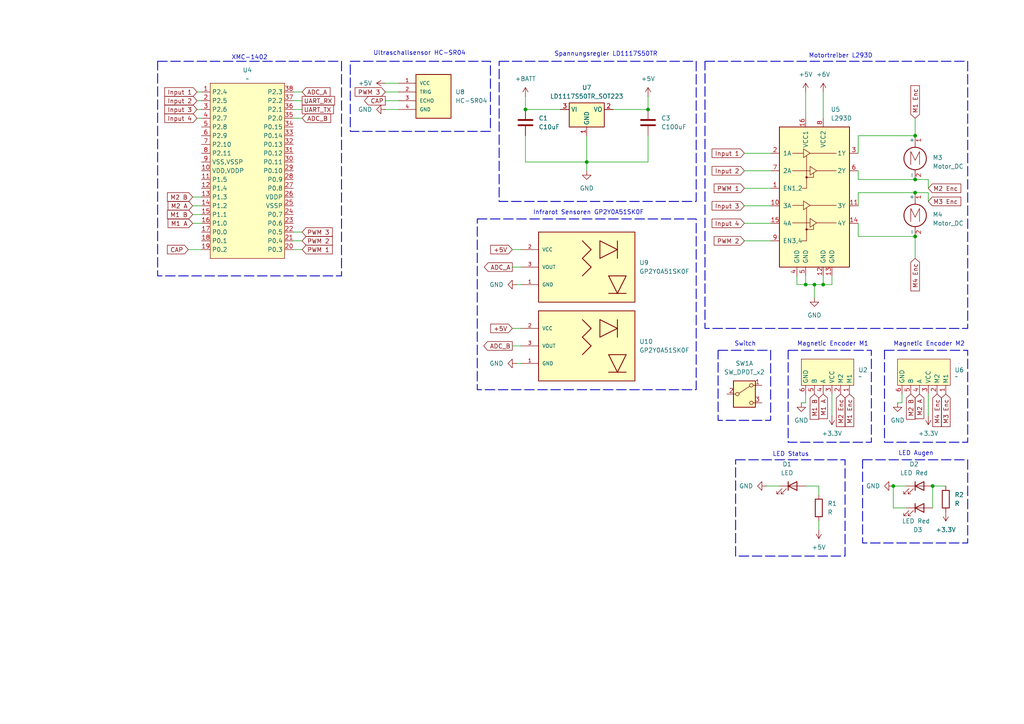
<source format=kicad_sch>
(kicad_sch
	(version 20231120)
	(generator "eeschema")
	(generator_version "8.0")
	(uuid "ece2f8c3-3b35-4718-89e6-4606be75cacc")
	(paper "A4")
	(title_block
		(title "Spannungsregler mit LD1117")
		(date "2024-04-20")
	)
	(lib_symbols
		(symbol "Device:C"
			(pin_numbers hide)
			(pin_names
				(offset 0.254)
			)
			(exclude_from_sim no)
			(in_bom yes)
			(on_board yes)
			(property "Reference" "C"
				(at 0.635 2.54 0)
				(effects
					(font
						(size 1.27 1.27)
					)
					(justify left)
				)
			)
			(property "Value" "C"
				(at 0.635 -2.54 0)
				(effects
					(font
						(size 1.27 1.27)
					)
					(justify left)
				)
			)
			(property "Footprint" ""
				(at 0.9652 -3.81 0)
				(effects
					(font
						(size 1.27 1.27)
					)
					(hide yes)
				)
			)
			(property "Datasheet" "~"
				(at 0 0 0)
				(effects
					(font
						(size 1.27 1.27)
					)
					(hide yes)
				)
			)
			(property "Description" "Unpolarized capacitor"
				(at 0 0 0)
				(effects
					(font
						(size 1.27 1.27)
					)
					(hide yes)
				)
			)
			(property "ki_keywords" "cap capacitor"
				(at 0 0 0)
				(effects
					(font
						(size 1.27 1.27)
					)
					(hide yes)
				)
			)
			(property "ki_fp_filters" "C_*"
				(at 0 0 0)
				(effects
					(font
						(size 1.27 1.27)
					)
					(hide yes)
				)
			)
			(symbol "C_0_1"
				(polyline
					(pts
						(xy -2.032 -0.762) (xy 2.032 -0.762)
					)
					(stroke
						(width 0.508)
						(type default)
					)
					(fill
						(type none)
					)
				)
				(polyline
					(pts
						(xy -2.032 0.762) (xy 2.032 0.762)
					)
					(stroke
						(width 0.508)
						(type default)
					)
					(fill
						(type none)
					)
				)
			)
			(symbol "C_1_1"
				(pin passive line
					(at 0 3.81 270)
					(length 2.794)
					(name "~"
						(effects
							(font
								(size 1.27 1.27)
							)
						)
					)
					(number "1"
						(effects
							(font
								(size 1.27 1.27)
							)
						)
					)
				)
				(pin passive line
					(at 0 -3.81 90)
					(length 2.794)
					(name "~"
						(effects
							(font
								(size 1.27 1.27)
							)
						)
					)
					(number "2"
						(effects
							(font
								(size 1.27 1.27)
							)
						)
					)
				)
			)
		)
		(symbol "Device:LED"
			(pin_numbers hide)
			(pin_names
				(offset 1.016) hide)
			(exclude_from_sim no)
			(in_bom yes)
			(on_board yes)
			(property "Reference" "D"
				(at 0 2.54 0)
				(effects
					(font
						(size 1.27 1.27)
					)
				)
			)
			(property "Value" "LED"
				(at 0 -2.54 0)
				(effects
					(font
						(size 1.27 1.27)
					)
				)
			)
			(property "Footprint" ""
				(at 0 0 0)
				(effects
					(font
						(size 1.27 1.27)
					)
					(hide yes)
				)
			)
			(property "Datasheet" "~"
				(at 0 0 0)
				(effects
					(font
						(size 1.27 1.27)
					)
					(hide yes)
				)
			)
			(property "Description" "Light emitting diode"
				(at 0 0 0)
				(effects
					(font
						(size 1.27 1.27)
					)
					(hide yes)
				)
			)
			(property "ki_keywords" "LED diode"
				(at 0 0 0)
				(effects
					(font
						(size 1.27 1.27)
					)
					(hide yes)
				)
			)
			(property "ki_fp_filters" "LED* LED_SMD:* LED_THT:*"
				(at 0 0 0)
				(effects
					(font
						(size 1.27 1.27)
					)
					(hide yes)
				)
			)
			(symbol "LED_0_1"
				(polyline
					(pts
						(xy -1.27 -1.27) (xy -1.27 1.27)
					)
					(stroke
						(width 0.254)
						(type default)
					)
					(fill
						(type none)
					)
				)
				(polyline
					(pts
						(xy -1.27 0) (xy 1.27 0)
					)
					(stroke
						(width 0)
						(type default)
					)
					(fill
						(type none)
					)
				)
				(polyline
					(pts
						(xy 1.27 -1.27) (xy 1.27 1.27) (xy -1.27 0) (xy 1.27 -1.27)
					)
					(stroke
						(width 0.254)
						(type default)
					)
					(fill
						(type none)
					)
				)
				(polyline
					(pts
						(xy -3.048 -0.762) (xy -4.572 -2.286) (xy -3.81 -2.286) (xy -4.572 -2.286) (xy -4.572 -1.524)
					)
					(stroke
						(width 0)
						(type default)
					)
					(fill
						(type none)
					)
				)
				(polyline
					(pts
						(xy -1.778 -0.762) (xy -3.302 -2.286) (xy -2.54 -2.286) (xy -3.302 -2.286) (xy -3.302 -1.524)
					)
					(stroke
						(width 0)
						(type default)
					)
					(fill
						(type none)
					)
				)
			)
			(symbol "LED_1_1"
				(pin passive line
					(at -3.81 0 0)
					(length 2.54)
					(name "K"
						(effects
							(font
								(size 1.27 1.27)
							)
						)
					)
					(number "1"
						(effects
							(font
								(size 1.27 1.27)
							)
						)
					)
				)
				(pin passive line
					(at 3.81 0 180)
					(length 2.54)
					(name "A"
						(effects
							(font
								(size 1.27 1.27)
							)
						)
					)
					(number "2"
						(effects
							(font
								(size 1.27 1.27)
							)
						)
					)
				)
			)
		)
		(symbol "Device:R"
			(pin_numbers hide)
			(pin_names
				(offset 0)
			)
			(exclude_from_sim no)
			(in_bom yes)
			(on_board yes)
			(property "Reference" "R"
				(at 2.032 0 90)
				(effects
					(font
						(size 1.27 1.27)
					)
				)
			)
			(property "Value" "R"
				(at 0 0 90)
				(effects
					(font
						(size 1.27 1.27)
					)
				)
			)
			(property "Footprint" ""
				(at -1.778 0 90)
				(effects
					(font
						(size 1.27 1.27)
					)
					(hide yes)
				)
			)
			(property "Datasheet" "~"
				(at 0 0 0)
				(effects
					(font
						(size 1.27 1.27)
					)
					(hide yes)
				)
			)
			(property "Description" "Resistor"
				(at 0 0 0)
				(effects
					(font
						(size 1.27 1.27)
					)
					(hide yes)
				)
			)
			(property "ki_keywords" "R res resistor"
				(at 0 0 0)
				(effects
					(font
						(size 1.27 1.27)
					)
					(hide yes)
				)
			)
			(property "ki_fp_filters" "R_*"
				(at 0 0 0)
				(effects
					(font
						(size 1.27 1.27)
					)
					(hide yes)
				)
			)
			(symbol "R_0_1"
				(rectangle
					(start -1.016 -2.54)
					(end 1.016 2.54)
					(stroke
						(width 0.254)
						(type default)
					)
					(fill
						(type none)
					)
				)
			)
			(symbol "R_1_1"
				(pin passive line
					(at 0 3.81 270)
					(length 1.27)
					(name "~"
						(effects
							(font
								(size 1.27 1.27)
							)
						)
					)
					(number "1"
						(effects
							(font
								(size 1.27 1.27)
							)
						)
					)
				)
				(pin passive line
					(at 0 -3.81 90)
					(length 1.27)
					(name "~"
						(effects
							(font
								(size 1.27 1.27)
							)
						)
					)
					(number "2"
						(effects
							(font
								(size 1.27 1.27)
							)
						)
					)
				)
			)
		)
		(symbol "Driver_Motor:L293D"
			(pin_names
				(offset 1.016)
			)
			(exclude_from_sim no)
			(in_bom yes)
			(on_board yes)
			(property "Reference" "U"
				(at -5.08 26.035 0)
				(effects
					(font
						(size 1.27 1.27)
					)
					(justify right)
				)
			)
			(property "Value" "L293D"
				(at -5.08 24.13 0)
				(effects
					(font
						(size 1.27 1.27)
					)
					(justify right)
				)
			)
			(property "Footprint" "Package_DIP:DIP-16_W7.62mm"
				(at 6.35 -19.05 0)
				(effects
					(font
						(size 1.27 1.27)
					)
					(justify left)
					(hide yes)
				)
			)
			(property "Datasheet" "http://www.ti.com/lit/ds/symlink/l293.pdf"
				(at -7.62 17.78 0)
				(effects
					(font
						(size 1.27 1.27)
					)
					(hide yes)
				)
			)
			(property "Description" "Quadruple Half-H Drivers"
				(at 0 0 0)
				(effects
					(font
						(size 1.27 1.27)
					)
					(hide yes)
				)
			)
			(property "ki_keywords" "Half-H Driver Motor"
				(at 0 0 0)
				(effects
					(font
						(size 1.27 1.27)
					)
					(hide yes)
				)
			)
			(property "ki_fp_filters" "DIP*W7.62mm*"
				(at 0 0 0)
				(effects
					(font
						(size 1.27 1.27)
					)
					(hide yes)
				)
			)
			(symbol "L293D_0_1"
				(rectangle
					(start -10.16 22.86)
					(end 10.16 -17.78)
					(stroke
						(width 0.254)
						(type default)
					)
					(fill
						(type background)
					)
				)
				(circle
					(center -2.286 -6.858)
					(radius 0.254)
					(stroke
						(width 0)
						(type default)
					)
					(fill
						(type outline)
					)
				)
				(circle
					(center -2.286 8.255)
					(radius 0.254)
					(stroke
						(width 0)
						(type default)
					)
					(fill
						(type outline)
					)
				)
				(polyline
					(pts
						(xy -6.35 -4.953) (xy -1.27 -4.953)
					)
					(stroke
						(width 0)
						(type default)
					)
					(fill
						(type none)
					)
				)
				(polyline
					(pts
						(xy -6.35 0.127) (xy -3.175 0.127)
					)
					(stroke
						(width 0)
						(type default)
					)
					(fill
						(type none)
					)
				)
				(polyline
					(pts
						(xy -6.35 10.16) (xy -1.27 10.16)
					)
					(stroke
						(width 0)
						(type default)
					)
					(fill
						(type none)
					)
				)
				(polyline
					(pts
						(xy -6.35 15.24) (xy -3.175 15.24)
					)
					(stroke
						(width 0)
						(type default)
					)
					(fill
						(type none)
					)
				)
				(polyline
					(pts
						(xy -1.27 0.127) (xy 6.35 0.127)
					)
					(stroke
						(width 0)
						(type default)
					)
					(fill
						(type none)
					)
				)
				(polyline
					(pts
						(xy -1.27 15.24) (xy 6.35 15.24)
					)
					(stroke
						(width 0)
						(type default)
					)
					(fill
						(type none)
					)
				)
				(polyline
					(pts
						(xy 0.635 -4.953) (xy 6.35 -4.953)
					)
					(stroke
						(width 0)
						(type default)
					)
					(fill
						(type none)
					)
				)
				(polyline
					(pts
						(xy 0.635 10.16) (xy 6.35 10.16)
					)
					(stroke
						(width 0)
						(type default)
					)
					(fill
						(type none)
					)
				)
				(polyline
					(pts
						(xy -2.286 -6.858) (xy -0.254 -6.858) (xy -0.254 -5.588)
					)
					(stroke
						(width 0)
						(type default)
					)
					(fill
						(type none)
					)
				)
				(polyline
					(pts
						(xy -2.286 -0.635) (xy -2.286 -10.16) (xy -3.556 -10.16)
					)
					(stroke
						(width 0)
						(type default)
					)
					(fill
						(type none)
					)
				)
				(polyline
					(pts
						(xy -2.286 8.255) (xy -0.254 8.255) (xy -0.254 9.525)
					)
					(stroke
						(width 0)
						(type default)
					)
					(fill
						(type none)
					)
				)
				(polyline
					(pts
						(xy -2.286 14.478) (xy -2.286 5.08) (xy -3.556 5.08)
					)
					(stroke
						(width 0)
						(type default)
					)
					(fill
						(type none)
					)
				)
				(polyline
					(pts
						(xy -3.175 1.397) (xy -3.175 -1.143) (xy -1.27 0.127) (xy -3.175 1.397)
					)
					(stroke
						(width 0)
						(type default)
					)
					(fill
						(type none)
					)
				)
				(polyline
					(pts
						(xy -3.175 16.51) (xy -3.175 13.97) (xy -1.27 15.24) (xy -3.175 16.51)
					)
					(stroke
						(width 0)
						(type default)
					)
					(fill
						(type none)
					)
				)
				(polyline
					(pts
						(xy -1.27 -3.683) (xy -1.27 -6.223) (xy 0.635 -4.953) (xy -1.27 -3.683)
					)
					(stroke
						(width 0)
						(type default)
					)
					(fill
						(type none)
					)
				)
				(polyline
					(pts
						(xy -1.27 11.43) (xy -1.27 8.89) (xy 0.635 10.16) (xy -1.27 11.43)
					)
					(stroke
						(width 0)
						(type default)
					)
					(fill
						(type none)
					)
				)
			)
			(symbol "L293D_1_1"
				(pin input line
					(at -12.7 5.08 0)
					(length 2.54)
					(name "EN1,2"
						(effects
							(font
								(size 1.27 1.27)
							)
						)
					)
					(number "1"
						(effects
							(font
								(size 1.27 1.27)
							)
						)
					)
				)
				(pin input line
					(at -12.7 0 0)
					(length 2.54)
					(name "3A"
						(effects
							(font
								(size 1.27 1.27)
							)
						)
					)
					(number "10"
						(effects
							(font
								(size 1.27 1.27)
							)
						)
					)
				)
				(pin output line
					(at 12.7 0 180)
					(length 2.54)
					(name "3Y"
						(effects
							(font
								(size 1.27 1.27)
							)
						)
					)
					(number "11"
						(effects
							(font
								(size 1.27 1.27)
							)
						)
					)
				)
				(pin power_in line
					(at 2.54 -20.32 90)
					(length 2.54)
					(name "GND"
						(effects
							(font
								(size 1.27 1.27)
							)
						)
					)
					(number "12"
						(effects
							(font
								(size 1.27 1.27)
							)
						)
					)
				)
				(pin power_in line
					(at 5.08 -20.32 90)
					(length 2.54)
					(name "GND"
						(effects
							(font
								(size 1.27 1.27)
							)
						)
					)
					(number "13"
						(effects
							(font
								(size 1.27 1.27)
							)
						)
					)
				)
				(pin output line
					(at 12.7 -5.08 180)
					(length 2.54)
					(name "4Y"
						(effects
							(font
								(size 1.27 1.27)
							)
						)
					)
					(number "14"
						(effects
							(font
								(size 1.27 1.27)
							)
						)
					)
				)
				(pin input line
					(at -12.7 -5.08 0)
					(length 2.54)
					(name "4A"
						(effects
							(font
								(size 1.27 1.27)
							)
						)
					)
					(number "15"
						(effects
							(font
								(size 1.27 1.27)
							)
						)
					)
				)
				(pin power_in line
					(at -2.54 25.4 270)
					(length 2.54)
					(name "VCC1"
						(effects
							(font
								(size 1.27 1.27)
							)
						)
					)
					(number "16"
						(effects
							(font
								(size 1.27 1.27)
							)
						)
					)
				)
				(pin input line
					(at -12.7 15.24 0)
					(length 2.54)
					(name "1A"
						(effects
							(font
								(size 1.27 1.27)
							)
						)
					)
					(number "2"
						(effects
							(font
								(size 1.27 1.27)
							)
						)
					)
				)
				(pin output line
					(at 12.7 15.24 180)
					(length 2.54)
					(name "1Y"
						(effects
							(font
								(size 1.27 1.27)
							)
						)
					)
					(number "3"
						(effects
							(font
								(size 1.27 1.27)
							)
						)
					)
				)
				(pin power_in line
					(at -5.08 -20.32 90)
					(length 2.54)
					(name "GND"
						(effects
							(font
								(size 1.27 1.27)
							)
						)
					)
					(number "4"
						(effects
							(font
								(size 1.27 1.27)
							)
						)
					)
				)
				(pin power_in line
					(at -2.54 -20.32 90)
					(length 2.54)
					(name "GND"
						(effects
							(font
								(size 1.27 1.27)
							)
						)
					)
					(number "5"
						(effects
							(font
								(size 1.27 1.27)
							)
						)
					)
				)
				(pin output line
					(at 12.7 10.16 180)
					(length 2.54)
					(name "2Y"
						(effects
							(font
								(size 1.27 1.27)
							)
						)
					)
					(number "6"
						(effects
							(font
								(size 1.27 1.27)
							)
						)
					)
				)
				(pin input line
					(at -12.7 10.16 0)
					(length 2.54)
					(name "2A"
						(effects
							(font
								(size 1.27 1.27)
							)
						)
					)
					(number "7"
						(effects
							(font
								(size 1.27 1.27)
							)
						)
					)
				)
				(pin power_in line
					(at 2.54 25.4 270)
					(length 2.54)
					(name "VCC2"
						(effects
							(font
								(size 1.27 1.27)
							)
						)
					)
					(number "8"
						(effects
							(font
								(size 1.27 1.27)
							)
						)
					)
				)
				(pin input line
					(at -12.7 -10.16 0)
					(length 2.54)
					(name "EN3,4"
						(effects
							(font
								(size 1.27 1.27)
							)
						)
					)
					(number "9"
						(effects
							(font
								(size 1.27 1.27)
							)
						)
					)
				)
			)
		)
		(symbol "GP2Y0A51SK0F:GP2Y0A21YK0F"
			(pin_names
				(offset 1.016)
			)
			(exclude_from_sim no)
			(in_bom yes)
			(on_board yes)
			(property "Reference" "U"
				(at -12.7 0 0)
				(effects
					(font
						(size 1.27 1.27)
					)
					(justify left bottom)
				)
			)
			(property "Value" "GP2Y0A51SK0F"
				(at -12.7 -2.54 0)
				(effects
					(font
						(size 1.27 1.27)
					)
					(justify left bottom)
				)
			)
			(property "Footprint" "GP2Y0A21YK0F:22-23-2031"
				(at 0 0 0)
				(effects
					(font
						(size 1.27 1.27)
					)
					(justify bottom)
					(hide yes)
				)
			)
			(property "Datasheet" ""
				(at 0 0 0)
				(effects
					(font
						(size 1.27 1.27)
					)
					(hide yes)
				)
			)
			(property "Description" ""
				(at 0 0 0)
				(effects
					(font
						(size 1.27 1.27)
					)
					(hide yes)
				)
			)
			(property "MF" "SHARP/Socle Technology"
				(at 0 0 0)
				(effects
					(font
						(size 1.27 1.27)
					)
					(justify bottom)
					(hide yes)
				)
			)
			(property "Description_1" "\nOptical Sensor 10 ~ 80cm Analog Output\n"
				(at 0 0 0)
				(effects
					(font
						(size 1.27 1.27)
					)
					(justify bottom)
					(hide yes)
				)
			)
			(property "Package" "HVQFN-32 Sharp Microelectronics"
				(at 0 0 0)
				(effects
					(font
						(size 1.27 1.27)
					)
					(justify bottom)
					(hide yes)
				)
			)
			(property "Price" "None"
				(at 0 0 0)
				(effects
					(font
						(size 1.27 1.27)
					)
					(justify bottom)
					(hide yes)
				)
			)
			(property "SnapEDA_Link" "https://www.snapeda.com/parts/GP2Y0A21YK0F/SHARP%252FSocle+Technology/view-part/?ref=snap"
				(at 0 0 0)
				(effects
					(font
						(size 1.27 1.27)
					)
					(justify bottom)
					(hide yes)
				)
			)
			(property "MP" "GP2Y0A21YK0F"
				(at 0 0 0)
				(effects
					(font
						(size 1.27 1.27)
					)
					(justify bottom)
					(hide yes)
				)
			)
			(property "Availability" "In Stock"
				(at 0 0 0)
				(effects
					(font
						(size 1.27 1.27)
					)
					(justify bottom)
					(hide yes)
				)
			)
			(property "Check_prices" "https://www.snapeda.com/parts/GP2Y0A21YK0F/SHARP%252FSocle+Technology/view-part/?ref=eda"
				(at 0 0 0)
				(effects
					(font
						(size 1.27 1.27)
					)
					(justify bottom)
					(hide yes)
				)
			)
			(symbol "GP2Y0A21YK0F_0_0"
				(rectangle
					(start -12.7 2.54)
					(end 15.24 22.86)
					(stroke
						(width 0.254)
						(type default)
					)
					(fill
						(type background)
					)
				)
				(polyline
					(pts
						(xy 0 15.24) (xy 2.54 12.7)
					)
					(stroke
						(width 0.254)
						(type default)
					)
					(fill
						(type none)
					)
				)
				(polyline
					(pts
						(xy 0 20.32) (xy 2.54 17.78)
					)
					(stroke
						(width 0.254)
						(type default)
					)
					(fill
						(type none)
					)
				)
				(polyline
					(pts
						(xy 2.54 12.7) (xy 0 10.16)
					)
					(stroke
						(width 0.254)
						(type default)
					)
					(fill
						(type none)
					)
				)
				(polyline
					(pts
						(xy 2.54 17.78) (xy 0 15.24)
					)
					(stroke
						(width 0.254)
						(type default)
					)
					(fill
						(type none)
					)
				)
				(polyline
					(pts
						(xy 5.08 15.24) (xy 10.16 17.78)
					)
					(stroke
						(width 0.254)
						(type default)
					)
					(fill
						(type none)
					)
				)
				(polyline
					(pts
						(xy 5.08 20.32) (xy 5.08 15.24)
					)
					(stroke
						(width 0.254)
						(type default)
					)
					(fill
						(type none)
					)
				)
				(polyline
					(pts
						(xy 7.62 5.08) (xy 12.7 5.08)
					)
					(stroke
						(width 0.254)
						(type default)
					)
					(fill
						(type none)
					)
				)
				(polyline
					(pts
						(xy 7.62 10.16) (xy 10.16 5.08)
					)
					(stroke
						(width 0.254)
						(type default)
					)
					(fill
						(type none)
					)
				)
				(polyline
					(pts
						(xy 10.16 5.08) (xy 12.7 10.16)
					)
					(stroke
						(width 0.254)
						(type default)
					)
					(fill
						(type none)
					)
				)
				(polyline
					(pts
						(xy 10.16 17.78) (xy 5.08 20.32)
					)
					(stroke
						(width 0.254)
						(type default)
					)
					(fill
						(type none)
					)
				)
				(polyline
					(pts
						(xy 10.16 20.32) (xy 10.16 15.24)
					)
					(stroke
						(width 0.254)
						(type default)
					)
					(fill
						(type none)
					)
				)
				(polyline
					(pts
						(xy 12.7 10.16) (xy 7.62 10.16)
					)
					(stroke
						(width 0.254)
						(type default)
					)
					(fill
						(type none)
					)
				)
				(pin bidirectional line
					(at -17.78 7.62 0)
					(length 5.08)
					(name "GND"
						(effects
							(font
								(size 1.016 1.016)
							)
						)
					)
					(number "1"
						(effects
							(font
								(size 1.016 1.016)
							)
						)
					)
				)
				(pin bidirectional line
					(at -17.78 17.78 0)
					(length 5.08)
					(name "VCC"
						(effects
							(font
								(size 1.016 1.016)
							)
						)
					)
					(number "2"
						(effects
							(font
								(size 1.016 1.016)
							)
						)
					)
				)
				(pin bidirectional line
					(at -17.78 12.7 0)
					(length 5.08)
					(name "VOUT"
						(effects
							(font
								(size 1.016 1.016)
							)
						)
					)
					(number "3"
						(effects
							(font
								(size 1.016 1.016)
							)
						)
					)
				)
			)
		)
		(symbol "HC-SR04:HC-SR04"
			(pin_names
				(offset 1.016)
			)
			(exclude_from_sim no)
			(in_bom yes)
			(on_board yes)
			(property "Reference" "U"
				(at 0 5.0813 0)
				(effects
					(font
						(size 1.27 1.27)
					)
					(justify left bottom)
				)
			)
			(property "Value" "HC-SR04"
				(at 0 -10.163 0)
				(effects
					(font
						(size 1.27 1.27)
					)
					(justify left bottom)
				)
			)
			(property "Footprint" "HC-SR04:XCVR_HC-SR04"
				(at 0 0 0)
				(effects
					(font
						(size 1.27 1.27)
					)
					(justify bottom)
					(hide yes)
				)
			)
			(property "Datasheet" ""
				(at 0 0 0)
				(effects
					(font
						(size 1.27 1.27)
					)
					(hide yes)
				)
			)
			(property "Description" ""
				(at 0 0 0)
				(effects
					(font
						(size 1.27 1.27)
					)
					(hide yes)
				)
			)
			(property "MF" "SparkFun Electronics"
				(at 0 0 0)
				(effects
					(font
						(size 1.27 1.27)
					)
					(justify bottom)
					(hide yes)
				)
			)
			(property "Description_1" "\nHC-SR04 Ultrasonic Sensor Qwiic Platform Evaluation Expansion Board\n"
				(at 0 0 0)
				(effects
					(font
						(size 1.27 1.27)
					)
					(justify bottom)
					(hide yes)
				)
			)
			(property "Package" "None"
				(at 0 0 0)
				(effects
					(font
						(size 1.27 1.27)
					)
					(justify bottom)
					(hide yes)
				)
			)
			(property "Price" "None"
				(at 0 0 0)
				(effects
					(font
						(size 1.27 1.27)
					)
					(justify bottom)
					(hide yes)
				)
			)
			(property "Check_prices" "https://www.snapeda.com/parts/HC-SR04/SparkFun+Electronics/view-part/?ref=eda"
				(at 0 0 0)
				(effects
					(font
						(size 1.27 1.27)
					)
					(justify bottom)
					(hide yes)
				)
			)
			(property "SnapEDA_Link" "https://www.snapeda.com/parts/HC-SR04/SparkFun+Electronics/view-part/?ref=snap"
				(at 0 0 0)
				(effects
					(font
						(size 1.27 1.27)
					)
					(justify bottom)
					(hide yes)
				)
			)
			(property "MP" "HC-SR04"
				(at 0 0 0)
				(effects
					(font
						(size 1.27 1.27)
					)
					(justify bottom)
					(hide yes)
				)
			)
			(property "Availability" "Not in stock"
				(at 0 0 0)
				(effects
					(font
						(size 1.27 1.27)
					)
					(justify bottom)
					(hide yes)
				)
			)
			(property "MANUFACTURER" "Osepp"
				(at 0 0 0)
				(effects
					(font
						(size 1.27 1.27)
					)
					(justify bottom)
					(hide yes)
				)
			)
			(symbol "HC-SR04_0_0"
				(rectangle
					(start 0 -7.62)
					(end 10.16 5.08)
					(stroke
						(width 0.254)
						(type default)
					)
					(fill
						(type background)
					)
				)
				(pin power_in line
					(at -5.08 2.54 0)
					(length 5.08)
					(name "VCC"
						(effects
							(font
								(size 1.016 1.016)
							)
						)
					)
					(number "1"
						(effects
							(font
								(size 1.016 1.016)
							)
						)
					)
				)
				(pin bidirectional line
					(at -5.08 0 0)
					(length 5.08)
					(name "TRIG"
						(effects
							(font
								(size 1.016 1.016)
							)
						)
					)
					(number "2"
						(effects
							(font
								(size 1.016 1.016)
							)
						)
					)
				)
				(pin bidirectional line
					(at -5.08 -2.54 0)
					(length 5.08)
					(name "ECHO"
						(effects
							(font
								(size 1.016 1.016)
							)
						)
					)
					(number "3"
						(effects
							(font
								(size 1.016 1.016)
							)
						)
					)
				)
				(pin power_in line
					(at -5.08 -5.08 0)
					(length 5.08)
					(name "GND"
						(effects
							(font
								(size 1.016 1.016)
							)
						)
					)
					(number "4"
						(effects
							(font
								(size 1.016 1.016)
							)
						)
					)
				)
			)
		)
		(symbol "Motor:Motor_DC"
			(pin_names
				(offset 0)
			)
			(exclude_from_sim no)
			(in_bom yes)
			(on_board yes)
			(property "Reference" "M"
				(at 2.54 2.54 0)
				(effects
					(font
						(size 1.27 1.27)
					)
					(justify left)
				)
			)
			(property "Value" "Motor_DC"
				(at 2.54 -5.08 0)
				(effects
					(font
						(size 1.27 1.27)
					)
					(justify left top)
				)
			)
			(property "Footprint" ""
				(at 0 -2.286 0)
				(effects
					(font
						(size 1.27 1.27)
					)
					(hide yes)
				)
			)
			(property "Datasheet" "~"
				(at 0 -2.286 0)
				(effects
					(font
						(size 1.27 1.27)
					)
					(hide yes)
				)
			)
			(property "Description" "DC Motor"
				(at 0 0 0)
				(effects
					(font
						(size 1.27 1.27)
					)
					(hide yes)
				)
			)
			(property "ki_keywords" "DC Motor"
				(at 0 0 0)
				(effects
					(font
						(size 1.27 1.27)
					)
					(hide yes)
				)
			)
			(property "ki_fp_filters" "PinHeader*P2.54mm* TerminalBlock*"
				(at 0 0 0)
				(effects
					(font
						(size 1.27 1.27)
					)
					(hide yes)
				)
			)
			(symbol "Motor_DC_0_0"
				(polyline
					(pts
						(xy -1.27 -3.302) (xy -1.27 0.508) (xy 0 -2.032) (xy 1.27 0.508) (xy 1.27 -3.302)
					)
					(stroke
						(width 0)
						(type default)
					)
					(fill
						(type none)
					)
				)
			)
			(symbol "Motor_DC_0_1"
				(circle
					(center 0 -1.524)
					(radius 3.2512)
					(stroke
						(width 0.254)
						(type default)
					)
					(fill
						(type none)
					)
				)
				(polyline
					(pts
						(xy 0 -7.62) (xy 0 -7.112)
					)
					(stroke
						(width 0)
						(type default)
					)
					(fill
						(type none)
					)
				)
				(polyline
					(pts
						(xy 0 -4.7752) (xy 0 -5.1816)
					)
					(stroke
						(width 0)
						(type default)
					)
					(fill
						(type none)
					)
				)
				(polyline
					(pts
						(xy 0 1.7272) (xy 0 2.0828)
					)
					(stroke
						(width 0)
						(type default)
					)
					(fill
						(type none)
					)
				)
				(polyline
					(pts
						(xy 0 2.032) (xy 0 2.54)
					)
					(stroke
						(width 0)
						(type default)
					)
					(fill
						(type none)
					)
				)
			)
			(symbol "Motor_DC_1_1"
				(pin passive line
					(at 0 5.08 270)
					(length 2.54)
					(name "+"
						(effects
							(font
								(size 1.27 1.27)
							)
						)
					)
					(number "1"
						(effects
							(font
								(size 1.27 1.27)
							)
						)
					)
				)
				(pin passive line
					(at 0 -7.62 90)
					(length 2.54)
					(name "-"
						(effects
							(font
								(size 1.27 1.27)
							)
						)
					)
					(number "2"
						(effects
							(font
								(size 1.27 1.27)
							)
						)
					)
				)
			)
		)
		(symbol "New_Library:Magnetic_Encoder_1"
			(exclude_from_sim no)
			(in_bom yes)
			(on_board yes)
			(property "Reference" "U"
				(at -3.81 12.954 0)
				(effects
					(font
						(size 1.27 1.27)
					)
				)
			)
			(property "Value" ""
				(at -1.27 1.27 0)
				(effects
					(font
						(size 1.27 1.27)
					)
				)
			)
			(property "Footprint" ""
				(at -1.27 1.27 0)
				(effects
					(font
						(size 1.27 1.27)
					)
					(hide yes)
				)
			)
			(property "Datasheet" ""
				(at -1.27 1.27 0)
				(effects
					(font
						(size 1.27 1.27)
					)
					(hide yes)
				)
			)
			(property "Description" ""
				(at -1.27 1.27 0)
				(effects
					(font
						(size 1.27 1.27)
					)
					(hide yes)
				)
			)
			(symbol "Magnetic_Encoder_1_1_1"
				(rectangle
					(start -11.43 11.43)
					(end 3.81 3.81)
					(stroke
						(width 0)
						(type default)
					)
					(fill
						(type background)
					)
				)
				(pin input line
					(at 2.54 1.27 90)
					(length 2.54)
					(name "M1"
						(effects
							(font
								(size 1.27 1.27)
							)
						)
					)
					(number "1"
						(effects
							(font
								(size 1.27 1.27)
							)
						)
					)
				)
				(pin input line
					(at 0 1.27 90)
					(length 2.54)
					(name "M2"
						(effects
							(font
								(size 1.27 1.27)
							)
						)
					)
					(number "2"
						(effects
							(font
								(size 1.27 1.27)
							)
						)
					)
				)
				(pin input line
					(at -2.54 1.27 90)
					(length 2.54)
					(name "VCC"
						(effects
							(font
								(size 1.27 1.27)
							)
						)
					)
					(number "3"
						(effects
							(font
								(size 1.27 1.27)
							)
						)
					)
				)
				(pin output line
					(at -5.08 1.27 90)
					(length 2.54)
					(name "A"
						(effects
							(font
								(size 1.27 1.27)
							)
						)
					)
					(number "4"
						(effects
							(font
								(size 1.27 1.27)
							)
						)
					)
				)
				(pin output line
					(at -7.62 1.27 90)
					(length 2.54)
					(name "B"
						(effects
							(font
								(size 1.27 1.27)
							)
						)
					)
					(number "5"
						(effects
							(font
								(size 1.27 1.27)
							)
						)
					)
				)
				(pin input line
					(at -10.16 1.27 90)
					(length 2.54)
					(name "GND"
						(effects
							(font
								(size 1.27 1.27)
							)
						)
					)
					(number "6"
						(effects
							(font
								(size 1.27 1.27)
							)
						)
					)
				)
			)
		)
		(symbol "Regulator_Linear:LD1117S50TR_SOT223"
			(exclude_from_sim no)
			(in_bom yes)
			(on_board yes)
			(property "Reference" "U"
				(at -3.81 3.175 0)
				(effects
					(font
						(size 1.27 1.27)
					)
				)
			)
			(property "Value" "LD1117S50TR_SOT223"
				(at 0 3.175 0)
				(effects
					(font
						(size 1.27 1.27)
					)
					(justify left)
				)
			)
			(property "Footprint" "Package_TO_SOT_SMD:SOT-223-3_TabPin2"
				(at 0 5.08 0)
				(effects
					(font
						(size 1.27 1.27)
					)
					(hide yes)
				)
			)
			(property "Datasheet" "http://www.st.com/st-web-ui/static/active/en/resource/technical/document/datasheet/CD00000544.pdf"
				(at 2.54 -6.35 0)
				(effects
					(font
						(size 1.27 1.27)
					)
					(hide yes)
				)
			)
			(property "Description" "800mA Fixed Low Drop Positive Voltage Regulator, Fixed Output 5.0V, SOT-223"
				(at 0 0 0)
				(effects
					(font
						(size 1.27 1.27)
					)
					(hide yes)
				)
			)
			(property "ki_keywords" "REGULATOR LDO 5.0V"
				(at 0 0 0)
				(effects
					(font
						(size 1.27 1.27)
					)
					(hide yes)
				)
			)
			(property "ki_fp_filters" "SOT?223*TabPin2*"
				(at 0 0 0)
				(effects
					(font
						(size 1.27 1.27)
					)
					(hide yes)
				)
			)
			(symbol "LD1117S50TR_SOT223_0_1"
				(rectangle
					(start -5.08 -5.08)
					(end 5.08 1.905)
					(stroke
						(width 0.254)
						(type default)
					)
					(fill
						(type background)
					)
				)
			)
			(symbol "LD1117S50TR_SOT223_1_1"
				(pin power_in line
					(at 0 -7.62 90)
					(length 2.54)
					(name "GND"
						(effects
							(font
								(size 1.27 1.27)
							)
						)
					)
					(number "1"
						(effects
							(font
								(size 1.27 1.27)
							)
						)
					)
				)
				(pin power_out line
					(at 7.62 0 180)
					(length 2.54)
					(name "VO"
						(effects
							(font
								(size 1.27 1.27)
							)
						)
					)
					(number "2"
						(effects
							(font
								(size 1.27 1.27)
							)
						)
					)
				)
				(pin power_in line
					(at -7.62 0 0)
					(length 2.54)
					(name "VI"
						(effects
							(font
								(size 1.27 1.27)
							)
						)
					)
					(number "3"
						(effects
							(font
								(size 1.27 1.27)
							)
						)
					)
				)
			)
		)
		(symbol "Switch:SW_DPDT_x2"
			(pin_names
				(offset 0) hide)
			(exclude_from_sim no)
			(in_bom yes)
			(on_board yes)
			(property "Reference" "SW"
				(at 0 5.08 0)
				(effects
					(font
						(size 1.27 1.27)
					)
				)
			)
			(property "Value" "SW_DPDT_x2"
				(at 0 -5.08 0)
				(effects
					(font
						(size 1.27 1.27)
					)
				)
			)
			(property "Footprint" ""
				(at 0 0 0)
				(effects
					(font
						(size 1.27 1.27)
					)
					(hide yes)
				)
			)
			(property "Datasheet" "~"
				(at 0 0 0)
				(effects
					(font
						(size 1.27 1.27)
					)
					(hide yes)
				)
			)
			(property "Description" "Switch, dual pole double throw, separate symbols"
				(at 0 0 0)
				(effects
					(font
						(size 1.27 1.27)
					)
					(hide yes)
				)
			)
			(property "ki_keywords" "switch dual-pole double-throw DPDT spdt ON-ON"
				(at 0 0 0)
				(effects
					(font
						(size 1.27 1.27)
					)
					(hide yes)
				)
			)
			(property "ki_fp_filters" "SW*DPDT*"
				(at 0 0 0)
				(effects
					(font
						(size 1.27 1.27)
					)
					(hide yes)
				)
			)
			(symbol "SW_DPDT_x2_0_0"
				(circle
					(center -2.032 0)
					(radius 0.508)
					(stroke
						(width 0)
						(type default)
					)
					(fill
						(type none)
					)
				)
				(circle
					(center 2.032 -2.54)
					(radius 0.508)
					(stroke
						(width 0)
						(type default)
					)
					(fill
						(type none)
					)
				)
			)
			(symbol "SW_DPDT_x2_0_1"
				(rectangle
					(start -3.175 3.81)
					(end 3.175 -3.81)
					(stroke
						(width 0.254)
						(type default)
					)
					(fill
						(type background)
					)
				)
				(polyline
					(pts
						(xy -1.524 0.254) (xy 1.5748 2.286)
					)
					(stroke
						(width 0)
						(type default)
					)
					(fill
						(type none)
					)
				)
				(circle
					(center 2.032 2.54)
					(radius 0.508)
					(stroke
						(width 0)
						(type default)
					)
					(fill
						(type none)
					)
				)
			)
			(symbol "SW_DPDT_x2_1_1"
				(pin passive line
					(at 5.08 2.54 180)
					(length 2.54)
					(name "A"
						(effects
							(font
								(size 1.27 1.27)
							)
						)
					)
					(number "1"
						(effects
							(font
								(size 1.27 1.27)
							)
						)
					)
				)
				(pin passive line
					(at -5.08 0 0)
					(length 2.54)
					(name "B"
						(effects
							(font
								(size 1.27 1.27)
							)
						)
					)
					(number "2"
						(effects
							(font
								(size 1.27 1.27)
							)
						)
					)
				)
				(pin passive line
					(at 5.08 -2.54 180)
					(length 2.54)
					(name "C"
						(effects
							(font
								(size 1.27 1.27)
							)
						)
					)
					(number "3"
						(effects
							(font
								(size 1.27 1.27)
							)
						)
					)
				)
			)
			(symbol "SW_DPDT_x2_2_1"
				(pin passive line
					(at 5.08 2.54 180)
					(length 2.54)
					(name "A"
						(effects
							(font
								(size 1.27 1.27)
							)
						)
					)
					(number "4"
						(effects
							(font
								(size 1.27 1.27)
							)
						)
					)
				)
				(pin passive line
					(at -5.08 0 0)
					(length 2.54)
					(name "B"
						(effects
							(font
								(size 1.27 1.27)
							)
						)
					)
					(number "5"
						(effects
							(font
								(size 1.27 1.27)
							)
						)
					)
				)
				(pin passive line
					(at 5.08 -2.54 180)
					(length 2.54)
					(name "C"
						(effects
							(font
								(size 1.27 1.27)
							)
						)
					)
					(number "6"
						(effects
							(font
								(size 1.27 1.27)
							)
						)
					)
				)
			)
		)
		(symbol "XMC1402:XMC1402"
			(exclude_from_sim no)
			(in_bom yes)
			(on_board yes)
			(property "Reference" "U"
				(at 3.81 15.494 0)
				(effects
					(font
						(size 1.27 1.27)
					)
				)
			)
			(property "Value" ""
				(at 0 0 0)
				(effects
					(font
						(size 1.27 1.27)
					)
				)
			)
			(property "Footprint" ""
				(at 0 0 0)
				(effects
					(font
						(size 1.27 1.27)
					)
					(hide yes)
				)
			)
			(property "Datasheet" ""
				(at 0 0 0)
				(effects
					(font
						(size 1.27 1.27)
					)
					(hide yes)
				)
			)
			(property "Description" ""
				(at 0 0 0)
				(effects
					(font
						(size 1.27 1.27)
					)
					(hide yes)
				)
			)
			(symbol "XMC1402_1_1"
				(rectangle
					(start -6.35 13.97)
					(end 15.24 -36.83)
					(stroke
						(width 0)
						(type default)
					)
					(fill
						(type background)
					)
				)
				(pin input line
					(at -8.89 11.43 0)
					(length 2.54)
					(name "P2.4"
						(effects
							(font
								(size 1.27 1.27)
							)
						)
					)
					(number "1"
						(effects
							(font
								(size 1.27 1.27)
							)
						)
					)
				)
				(pin power_in line
					(at -8.89 -11.43 0)
					(length 2.54)
					(name "VDD,VDDP"
						(effects
							(font
								(size 1.27 1.27)
							)
						)
					)
					(number "10"
						(effects
							(font
								(size 1.27 1.27)
							)
						)
					)
				)
				(pin input line
					(at -8.89 -13.97 0)
					(length 2.54)
					(name "P1.5"
						(effects
							(font
								(size 1.27 1.27)
							)
						)
					)
					(number "11"
						(effects
							(font
								(size 1.27 1.27)
							)
						)
					)
				)
				(pin input line
					(at -8.89 -16.51 0)
					(length 2.54)
					(name "P1.4"
						(effects
							(font
								(size 1.27 1.27)
							)
						)
					)
					(number "12"
						(effects
							(font
								(size 1.27 1.27)
							)
						)
					)
				)
				(pin input line
					(at -8.89 -19.05 0)
					(length 2.54)
					(name "P1.3"
						(effects
							(font
								(size 1.27 1.27)
							)
						)
					)
					(number "13"
						(effects
							(font
								(size 1.27 1.27)
							)
						)
					)
				)
				(pin input line
					(at -8.89 -21.59 0)
					(length 2.54)
					(name "P1.2"
						(effects
							(font
								(size 1.27 1.27)
							)
						)
					)
					(number "14"
						(effects
							(font
								(size 1.27 1.27)
							)
						)
					)
				)
				(pin input line
					(at -8.89 -24.13 0)
					(length 2.54)
					(name "P1.1"
						(effects
							(font
								(size 1.27 1.27)
							)
						)
					)
					(number "15"
						(effects
							(font
								(size 1.27 1.27)
							)
						)
					)
				)
				(pin input line
					(at -8.89 -26.67 0)
					(length 2.54)
					(name "P1.0"
						(effects
							(font
								(size 1.27 1.27)
							)
						)
					)
					(number "16"
						(effects
							(font
								(size 1.27 1.27)
							)
						)
					)
				)
				(pin input line
					(at -8.89 -29.21 0)
					(length 2.54)
					(name "P0.0"
						(effects
							(font
								(size 1.27 1.27)
							)
						)
					)
					(number "17"
						(effects
							(font
								(size 1.27 1.27)
							)
						)
					)
				)
				(pin input line
					(at -8.89 -31.75 0)
					(length 2.54)
					(name "P0.1"
						(effects
							(font
								(size 1.27 1.27)
							)
						)
					)
					(number "18"
						(effects
							(font
								(size 1.27 1.27)
							)
						)
					)
				)
				(pin input line
					(at -8.89 -34.29 0)
					(length 2.54)
					(name "P0.2"
						(effects
							(font
								(size 1.27 1.27)
							)
						)
					)
					(number "19"
						(effects
							(font
								(size 1.27 1.27)
							)
						)
					)
				)
				(pin input line
					(at -8.89 8.89 0)
					(length 2.54)
					(name "P2.5"
						(effects
							(font
								(size 1.27 1.27)
							)
						)
					)
					(number "2"
						(effects
							(font
								(size 1.27 1.27)
							)
						)
					)
				)
				(pin input line
					(at 17.78 -34.29 180)
					(length 2.54)
					(name "P0.3"
						(effects
							(font
								(size 1.27 1.27)
							)
						)
					)
					(number "20"
						(effects
							(font
								(size 1.27 1.27)
							)
						)
					)
				)
				(pin input line
					(at 17.78 -31.75 180)
					(length 2.54)
					(name "P0.4"
						(effects
							(font
								(size 1.27 1.27)
							)
						)
					)
					(number "21"
						(effects
							(font
								(size 1.27 1.27)
							)
						)
					)
				)
				(pin input line
					(at 17.78 -29.21 180)
					(length 2.54)
					(name "P0.5"
						(effects
							(font
								(size 1.27 1.27)
							)
						)
					)
					(number "22"
						(effects
							(font
								(size 1.27 1.27)
							)
						)
					)
				)
				(pin input line
					(at 17.78 -26.67 180)
					(length 2.54)
					(name "P0.6"
						(effects
							(font
								(size 1.27 1.27)
							)
						)
					)
					(number "23"
						(effects
							(font
								(size 1.27 1.27)
							)
						)
					)
				)
				(pin input line
					(at 17.78 -24.13 180)
					(length 2.54)
					(name "P0.7"
						(effects
							(font
								(size 1.27 1.27)
							)
						)
					)
					(number "24"
						(effects
							(font
								(size 1.27 1.27)
							)
						)
					)
				)
				(pin power_in line
					(at 17.78 -21.59 180)
					(length 2.54)
					(name "VSSP"
						(effects
							(font
								(size 1.27 1.27)
							)
						)
					)
					(number "25"
						(effects
							(font
								(size 1.27 1.27)
							)
						)
					)
				)
				(pin power_in line
					(at 17.78 -19.05 180)
					(length 2.54)
					(name "VDDP"
						(effects
							(font
								(size 1.27 1.27)
							)
						)
					)
					(number "26"
						(effects
							(font
								(size 1.27 1.27)
							)
						)
					)
				)
				(pin input line
					(at 17.78 -16.51 180)
					(length 2.54)
					(name "P0.8"
						(effects
							(font
								(size 1.27 1.27)
							)
						)
					)
					(number "27"
						(effects
							(font
								(size 1.27 1.27)
							)
						)
					)
				)
				(pin input line
					(at 17.78 -13.97 180)
					(length 2.54)
					(name "P0.9"
						(effects
							(font
								(size 1.27 1.27)
							)
						)
					)
					(number "28"
						(effects
							(font
								(size 1.27 1.27)
							)
						)
					)
				)
				(pin input line
					(at 17.78 -11.43 180)
					(length 2.54)
					(name "P0.10"
						(effects
							(font
								(size 1.27 1.27)
							)
						)
					)
					(number "29"
						(effects
							(font
								(size 1.27 1.27)
							)
						)
					)
				)
				(pin input line
					(at -8.89 6.35 0)
					(length 2.54)
					(name "P2.6"
						(effects
							(font
								(size 1.27 1.27)
							)
						)
					)
					(number "3"
						(effects
							(font
								(size 1.27 1.27)
							)
						)
					)
				)
				(pin input line
					(at 17.78 -8.89 180)
					(length 2.54)
					(name "P0.11"
						(effects
							(font
								(size 1.27 1.27)
							)
						)
					)
					(number "30"
						(effects
							(font
								(size 1.27 1.27)
							)
						)
					)
				)
				(pin input line
					(at 17.78 -6.35 180)
					(length 2.54)
					(name "P0.12"
						(effects
							(font
								(size 1.27 1.27)
							)
						)
					)
					(number "31"
						(effects
							(font
								(size 1.27 1.27)
							)
						)
					)
				)
				(pin input line
					(at 17.78 -3.81 180)
					(length 2.54)
					(name "P0.13"
						(effects
							(font
								(size 1.27 1.27)
							)
						)
					)
					(number "32"
						(effects
							(font
								(size 1.27 1.27)
							)
						)
					)
				)
				(pin input line
					(at 17.78 -1.27 180)
					(length 2.54)
					(name "P0.14"
						(effects
							(font
								(size 1.27 1.27)
							)
						)
					)
					(number "33"
						(effects
							(font
								(size 1.27 1.27)
							)
						)
					)
				)
				(pin input line
					(at 17.78 1.27 180)
					(length 2.54)
					(name "P0.15"
						(effects
							(font
								(size 1.27 1.27)
							)
						)
					)
					(number "34"
						(effects
							(font
								(size 1.27 1.27)
							)
						)
					)
				)
				(pin input line
					(at 17.78 3.81 180)
					(length 2.54)
					(name "P2.0"
						(effects
							(font
								(size 1.27 1.27)
							)
						)
					)
					(number "35"
						(effects
							(font
								(size 1.27 1.27)
							)
						)
					)
				)
				(pin input line
					(at 17.78 6.35 180)
					(length 2.54)
					(name "P2.1"
						(effects
							(font
								(size 1.27 1.27)
							)
						)
					)
					(number "36"
						(effects
							(font
								(size 1.27 1.27)
							)
						)
					)
				)
				(pin input line
					(at 17.78 8.89 180)
					(length 2.54)
					(name "P2.2"
						(effects
							(font
								(size 1.27 1.27)
							)
						)
					)
					(number "37"
						(effects
							(font
								(size 1.27 1.27)
							)
						)
					)
				)
				(pin input line
					(at 17.78 11.43 180)
					(length 2.54)
					(name "P2.3"
						(effects
							(font
								(size 1.27 1.27)
							)
						)
					)
					(number "38"
						(effects
							(font
								(size 1.27 1.27)
							)
						)
					)
				)
				(pin input line
					(at -8.89 3.81 0)
					(length 2.54)
					(name "P2.7"
						(effects
							(font
								(size 1.27 1.27)
							)
						)
					)
					(number "4"
						(effects
							(font
								(size 1.27 1.27)
							)
						)
					)
				)
				(pin input line
					(at -8.89 1.27 0)
					(length 2.54)
					(name "P2.8"
						(effects
							(font
								(size 1.27 1.27)
							)
						)
					)
					(number "5"
						(effects
							(font
								(size 1.27 1.27)
							)
						)
					)
				)
				(pin input line
					(at -8.89 -1.27 0)
					(length 2.54)
					(name "P2.9"
						(effects
							(font
								(size 1.27 1.27)
							)
						)
					)
					(number "6"
						(effects
							(font
								(size 1.27 1.27)
							)
						)
					)
				)
				(pin input line
					(at -8.89 -3.81 0)
					(length 2.54)
					(name "P2.10"
						(effects
							(font
								(size 1.27 1.27)
							)
						)
					)
					(number "7"
						(effects
							(font
								(size 1.27 1.27)
							)
						)
					)
				)
				(pin input line
					(at -8.89 -6.35 0)
					(length 2.54)
					(name "P2.11"
						(effects
							(font
								(size 1.27 1.27)
							)
						)
					)
					(number "8"
						(effects
							(font
								(size 1.27 1.27)
							)
						)
					)
				)
				(pin power_in line
					(at -8.89 -8.89 0)
					(length 2.54)
					(name "VSS,VSSP"
						(effects
							(font
								(size 1.27 1.27)
							)
						)
					)
					(number "9"
						(effects
							(font
								(size 1.27 1.27)
							)
						)
					)
				)
			)
		)
		(symbol "power:+3.3V"
			(power)
			(pin_numbers hide)
			(pin_names
				(offset 0) hide)
			(exclude_from_sim no)
			(in_bom yes)
			(on_board yes)
			(property "Reference" "#PWR"
				(at 0 -3.81 0)
				(effects
					(font
						(size 1.27 1.27)
					)
					(hide yes)
				)
			)
			(property "Value" "+3.3V"
				(at 0 3.556 0)
				(effects
					(font
						(size 1.27 1.27)
					)
				)
			)
			(property "Footprint" ""
				(at 0 0 0)
				(effects
					(font
						(size 1.27 1.27)
					)
					(hide yes)
				)
			)
			(property "Datasheet" ""
				(at 0 0 0)
				(effects
					(font
						(size 1.27 1.27)
					)
					(hide yes)
				)
			)
			(property "Description" "Power symbol creates a global label with name \"+3.3V\""
				(at 0 0 0)
				(effects
					(font
						(size 1.27 1.27)
					)
					(hide yes)
				)
			)
			(property "ki_keywords" "global power"
				(at 0 0 0)
				(effects
					(font
						(size 1.27 1.27)
					)
					(hide yes)
				)
			)
			(symbol "+3.3V_0_1"
				(polyline
					(pts
						(xy -0.762 1.27) (xy 0 2.54)
					)
					(stroke
						(width 0)
						(type default)
					)
					(fill
						(type none)
					)
				)
				(polyline
					(pts
						(xy 0 0) (xy 0 2.54)
					)
					(stroke
						(width 0)
						(type default)
					)
					(fill
						(type none)
					)
				)
				(polyline
					(pts
						(xy 0 2.54) (xy 0.762 1.27)
					)
					(stroke
						(width 0)
						(type default)
					)
					(fill
						(type none)
					)
				)
			)
			(symbol "+3.3V_1_1"
				(pin power_in line
					(at 0 0 90)
					(length 0)
					(name "~"
						(effects
							(font
								(size 1.27 1.27)
							)
						)
					)
					(number "1"
						(effects
							(font
								(size 1.27 1.27)
							)
						)
					)
				)
			)
		)
		(symbol "power:+5V"
			(power)
			(pin_numbers hide)
			(pin_names
				(offset 0) hide)
			(exclude_from_sim no)
			(in_bom yes)
			(on_board yes)
			(property "Reference" "#PWR"
				(at 0 -3.81 0)
				(effects
					(font
						(size 1.27 1.27)
					)
					(hide yes)
				)
			)
			(property "Value" "+5V"
				(at 0 3.556 0)
				(effects
					(font
						(size 1.27 1.27)
					)
				)
			)
			(property "Footprint" ""
				(at 0 0 0)
				(effects
					(font
						(size 1.27 1.27)
					)
					(hide yes)
				)
			)
			(property "Datasheet" ""
				(at 0 0 0)
				(effects
					(font
						(size 1.27 1.27)
					)
					(hide yes)
				)
			)
			(property "Description" "Power symbol creates a global label with name \"+5V\""
				(at 0 0 0)
				(effects
					(font
						(size 1.27 1.27)
					)
					(hide yes)
				)
			)
			(property "ki_keywords" "global power"
				(at 0 0 0)
				(effects
					(font
						(size 1.27 1.27)
					)
					(hide yes)
				)
			)
			(symbol "+5V_0_1"
				(polyline
					(pts
						(xy -0.762 1.27) (xy 0 2.54)
					)
					(stroke
						(width 0)
						(type default)
					)
					(fill
						(type none)
					)
				)
				(polyline
					(pts
						(xy 0 0) (xy 0 2.54)
					)
					(stroke
						(width 0)
						(type default)
					)
					(fill
						(type none)
					)
				)
				(polyline
					(pts
						(xy 0 2.54) (xy 0.762 1.27)
					)
					(stroke
						(width 0)
						(type default)
					)
					(fill
						(type none)
					)
				)
			)
			(symbol "+5V_1_1"
				(pin power_in line
					(at 0 0 90)
					(length 0)
					(name "~"
						(effects
							(font
								(size 1.27 1.27)
							)
						)
					)
					(number "1"
						(effects
							(font
								(size 1.27 1.27)
							)
						)
					)
				)
			)
		)
		(symbol "power:+6V"
			(power)
			(pin_numbers hide)
			(pin_names
				(offset 0) hide)
			(exclude_from_sim no)
			(in_bom yes)
			(on_board yes)
			(property "Reference" "#PWR"
				(at 0 -3.81 0)
				(effects
					(font
						(size 1.27 1.27)
					)
					(hide yes)
				)
			)
			(property "Value" "+6V"
				(at 0 3.556 0)
				(effects
					(font
						(size 1.27 1.27)
					)
				)
			)
			(property "Footprint" ""
				(at 0 0 0)
				(effects
					(font
						(size 1.27 1.27)
					)
					(hide yes)
				)
			)
			(property "Datasheet" ""
				(at 0 0 0)
				(effects
					(font
						(size 1.27 1.27)
					)
					(hide yes)
				)
			)
			(property "Description" "Power symbol creates a global label with name \"+6V\""
				(at 0 0 0)
				(effects
					(font
						(size 1.27 1.27)
					)
					(hide yes)
				)
			)
			(property "ki_keywords" "global power"
				(at 0 0 0)
				(effects
					(font
						(size 1.27 1.27)
					)
					(hide yes)
				)
			)
			(symbol "+6V_0_1"
				(polyline
					(pts
						(xy -0.762 1.27) (xy 0 2.54)
					)
					(stroke
						(width 0)
						(type default)
					)
					(fill
						(type none)
					)
				)
				(polyline
					(pts
						(xy 0 0) (xy 0 2.54)
					)
					(stroke
						(width 0)
						(type default)
					)
					(fill
						(type none)
					)
				)
				(polyline
					(pts
						(xy 0 2.54) (xy 0.762 1.27)
					)
					(stroke
						(width 0)
						(type default)
					)
					(fill
						(type none)
					)
				)
			)
			(symbol "+6V_1_1"
				(pin power_in line
					(at 0 0 90)
					(length 0)
					(name "~"
						(effects
							(font
								(size 1.27 1.27)
							)
						)
					)
					(number "1"
						(effects
							(font
								(size 1.27 1.27)
							)
						)
					)
				)
			)
		)
		(symbol "power:+BATT"
			(power)
			(pin_numbers hide)
			(pin_names
				(offset 0) hide)
			(exclude_from_sim no)
			(in_bom yes)
			(on_board yes)
			(property "Reference" "#PWR"
				(at 0 -3.81 0)
				(effects
					(font
						(size 1.27 1.27)
					)
					(hide yes)
				)
			)
			(property "Value" "+BATT"
				(at 0 3.556 0)
				(effects
					(font
						(size 1.27 1.27)
					)
				)
			)
			(property "Footprint" ""
				(at 0 0 0)
				(effects
					(font
						(size 1.27 1.27)
					)
					(hide yes)
				)
			)
			(property "Datasheet" ""
				(at 0 0 0)
				(effects
					(font
						(size 1.27 1.27)
					)
					(hide yes)
				)
			)
			(property "Description" "Power symbol creates a global label with name \"+BATT\""
				(at 0 0 0)
				(effects
					(font
						(size 1.27 1.27)
					)
					(hide yes)
				)
			)
			(property "ki_keywords" "global power battery"
				(at 0 0 0)
				(effects
					(font
						(size 1.27 1.27)
					)
					(hide yes)
				)
			)
			(symbol "+BATT_0_1"
				(polyline
					(pts
						(xy -0.762 1.27) (xy 0 2.54)
					)
					(stroke
						(width 0)
						(type default)
					)
					(fill
						(type none)
					)
				)
				(polyline
					(pts
						(xy 0 0) (xy 0 2.54)
					)
					(stroke
						(width 0)
						(type default)
					)
					(fill
						(type none)
					)
				)
				(polyline
					(pts
						(xy 0 2.54) (xy 0.762 1.27)
					)
					(stroke
						(width 0)
						(type default)
					)
					(fill
						(type none)
					)
				)
			)
			(symbol "+BATT_1_1"
				(pin power_in line
					(at 0 0 90)
					(length 0)
					(name "~"
						(effects
							(font
								(size 1.27 1.27)
							)
						)
					)
					(number "1"
						(effects
							(font
								(size 1.27 1.27)
							)
						)
					)
				)
			)
		)
		(symbol "power:GND"
			(power)
			(pin_numbers hide)
			(pin_names
				(offset 0) hide)
			(exclude_from_sim no)
			(in_bom yes)
			(on_board yes)
			(property "Reference" "#PWR"
				(at 0 -6.35 0)
				(effects
					(font
						(size 1.27 1.27)
					)
					(hide yes)
				)
			)
			(property "Value" "GND"
				(at 0 -3.81 0)
				(effects
					(font
						(size 1.27 1.27)
					)
				)
			)
			(property "Footprint" ""
				(at 0 0 0)
				(effects
					(font
						(size 1.27 1.27)
					)
					(hide yes)
				)
			)
			(property "Datasheet" ""
				(at 0 0 0)
				(effects
					(font
						(size 1.27 1.27)
					)
					(hide yes)
				)
			)
			(property "Description" "Power symbol creates a global label with name \"GND\" , ground"
				(at 0 0 0)
				(effects
					(font
						(size 1.27 1.27)
					)
					(hide yes)
				)
			)
			(property "ki_keywords" "global power"
				(at 0 0 0)
				(effects
					(font
						(size 1.27 1.27)
					)
					(hide yes)
				)
			)
			(symbol "GND_0_1"
				(polyline
					(pts
						(xy 0 0) (xy 0 -1.27) (xy 1.27 -1.27) (xy 0 -2.54) (xy -1.27 -1.27) (xy 0 -1.27)
					)
					(stroke
						(width 0)
						(type default)
					)
					(fill
						(type none)
					)
				)
			)
			(symbol "GND_1_1"
				(pin power_in line
					(at 0 0 270)
					(length 0)
					(name "~"
						(effects
							(font
								(size 1.27 1.27)
							)
						)
					)
					(number "1"
						(effects
							(font
								(size 1.27 1.27)
							)
						)
					)
				)
			)
		)
	)
	(junction
		(at 265.43 52.07)
		(diameter 0)
		(color 0 0 0 0)
		(uuid "03507204-4dd2-4b8e-b545-0d1a0ce3fe77")
	)
	(junction
		(at 238.76 82.55)
		(diameter 0)
		(color 0 0 0 0)
		(uuid "3b38f982-dfd2-4395-bec6-a7adc0484959")
	)
	(junction
		(at 170.18 46.99)
		(diameter 0)
		(color 0 0 0 0)
		(uuid "485b6493-9617-48c7-8023-6ba759c831c2")
	)
	(junction
		(at 236.22 82.55)
		(diameter 0)
		(color 0 0 0 0)
		(uuid "4e5a7656-ba5d-4ee6-8c4c-93e24f123fd4")
	)
	(junction
		(at 265.43 55.88)
		(diameter 0)
		(color 0 0 0 0)
		(uuid "5eee70ce-74a8-454f-a16c-fc1bc3965b44")
	)
	(junction
		(at 265.43 39.37)
		(diameter 0)
		(color 0 0 0 0)
		(uuid "7389408e-0ae3-4861-8487-7d46188a3fb0")
	)
	(junction
		(at 265.43 68.58)
		(diameter 0)
		(color 0 0 0 0)
		(uuid "7bd14793-19e9-437a-9e1a-97bb7ad3e827")
	)
	(junction
		(at 187.96 31.75)
		(diameter 0)
		(color 0 0 0 0)
		(uuid "8f405ef2-722e-4fe9-b0ea-0676b02e52bb")
	)
	(junction
		(at 270.51 140.97)
		(diameter 0)
		(color 0 0 0 0)
		(uuid "8f79900a-6c58-41ea-b7a3-e897b9cc50db")
	)
	(junction
		(at 152.4 31.75)
		(diameter 0)
		(color 0 0 0 0)
		(uuid "93359cbb-b1ad-4f10-b6bf-b8312135ea6c")
	)
	(junction
		(at 259.08 140.97)
		(diameter 0)
		(color 0 0 0 0)
		(uuid "c5878339-f754-499e-a523-342403ee7239")
	)
	(junction
		(at 233.68 82.55)
		(diameter 0)
		(color 0 0 0 0)
		(uuid "d4eefc8c-dd52-4291-b260-63b562937777")
	)
	(wire
		(pts
			(xy 248.92 39.37) (xy 265.43 39.37)
		)
		(stroke
			(width 0)
			(type default)
		)
		(uuid "07252644-386f-4e57-bded-2b0411cddf8f")
	)
	(wire
		(pts
			(xy 54.61 72.39) (xy 58.42 72.39)
		)
		(stroke
			(width 0)
			(type default)
		)
		(uuid "084874e2-348f-4a4a-8f14-21c0950110d2")
	)
	(wire
		(pts
			(xy 148.59 95.25) (xy 151.13 95.25)
		)
		(stroke
			(width 0)
			(type default)
		)
		(uuid "0a8d85fc-f43e-482e-868d-1ca247a75f4f")
	)
	(wire
		(pts
			(xy 215.9 64.77) (xy 223.52 64.77)
		)
		(stroke
			(width 0)
			(type default)
		)
		(uuid "10cb9596-e4d9-4e82-83d7-fff30d15c07f")
	)
	(wire
		(pts
			(xy 85.09 72.39) (xy 87.63 72.39)
		)
		(stroke
			(width 0)
			(type default)
		)
		(uuid "12597cf0-7ad9-4a85-bd8a-8cdf0bf0294b")
	)
	(wire
		(pts
			(xy 111.76 26.67) (xy 115.57 26.67)
		)
		(stroke
			(width 0)
			(type default)
		)
		(uuid "166c8925-1050-4d6f-8d23-c8bbd7d9e4d7")
	)
	(wire
		(pts
			(xy 233.68 140.97) (xy 237.49 140.97)
		)
		(stroke
			(width 0)
			(type default)
		)
		(uuid "16891ce0-452f-452d-857f-bd9ee9fdf10d")
	)
	(wire
		(pts
			(xy 85.09 31.75) (xy 87.63 31.75)
		)
		(stroke
			(width 0)
			(type default)
		)
		(uuid "1924ec2d-1845-4275-aa13-eda340f0f2f0")
	)
	(wire
		(pts
			(xy 233.68 116.84) (xy 233.68 114.3)
		)
		(stroke
			(width 0)
			(type default)
		)
		(uuid "1d20851f-e6c1-4a8b-99a1-79675df1876f")
	)
	(wire
		(pts
			(xy 248.92 44.45) (xy 248.92 39.37)
		)
		(stroke
			(width 0)
			(type default)
		)
		(uuid "1db18e01-ad12-411a-8831-6958c0434cf7")
	)
	(wire
		(pts
			(xy 215.9 44.45) (xy 223.52 44.45)
		)
		(stroke
			(width 0)
			(type default)
		)
		(uuid "1e4d08db-3fe5-482a-9c4d-be3f7b6ef668")
	)
	(wire
		(pts
			(xy 215.9 69.85) (xy 223.52 69.85)
		)
		(stroke
			(width 0)
			(type default)
		)
		(uuid "2421b6fb-9d37-4dab-b87e-32fa2097ec7a")
	)
	(wire
		(pts
			(xy 177.8 31.75) (xy 187.96 31.75)
		)
		(stroke
			(width 0)
			(type default)
		)
		(uuid "2735c866-dca0-4f4d-8be9-1f5e90939b57")
	)
	(wire
		(pts
			(xy 241.3 82.55) (xy 238.76 82.55)
		)
		(stroke
			(width 0)
			(type default)
		)
		(uuid "2c0670a8-aa59-49b5-9a65-4e54f55e297f")
	)
	(wire
		(pts
			(xy 270.51 140.97) (xy 270.51 147.32)
		)
		(stroke
			(width 0)
			(type default)
		)
		(uuid "2d8e33c7-2ebf-444a-a0f9-44ff04dbb189")
	)
	(wire
		(pts
			(xy 259.08 147.32) (xy 259.08 140.97)
		)
		(stroke
			(width 0)
			(type default)
		)
		(uuid "2f09e983-65cb-434d-8fcb-83b3c31b8407")
	)
	(wire
		(pts
			(xy 111.76 24.13) (xy 115.57 24.13)
		)
		(stroke
			(width 0)
			(type default)
		)
		(uuid "2f62f949-d5a8-4409-bc2d-562586bdb81c")
	)
	(wire
		(pts
			(xy 222.25 140.97) (xy 226.06 140.97)
		)
		(stroke
			(width 0)
			(type default)
		)
		(uuid "303ff4f7-a2c8-4431-a245-f80708cbf228")
	)
	(wire
		(pts
			(xy 237.49 151.13) (xy 237.49 153.67)
		)
		(stroke
			(width 0)
			(type default)
		)
		(uuid "32c45d3f-8f23-4274-9b2a-af2ff156a91c")
	)
	(wire
		(pts
			(xy 238.76 26.67) (xy 238.76 34.29)
		)
		(stroke
			(width 0)
			(type default)
		)
		(uuid "3ac23a45-5894-4d0f-829e-806222d2c5cf")
	)
	(wire
		(pts
			(xy 111.76 31.75) (xy 115.57 31.75)
		)
		(stroke
			(width 0)
			(type default)
		)
		(uuid "3be17a80-f94b-40aa-9f1d-af1a485deff8")
	)
	(wire
		(pts
			(xy 57.15 34.29) (xy 58.42 34.29)
		)
		(stroke
			(width 0)
			(type default)
		)
		(uuid "40955b4d-ff37-49df-82f5-a819a85f8632")
	)
	(wire
		(pts
			(xy 236.22 82.55) (xy 233.68 82.55)
		)
		(stroke
			(width 0)
			(type default)
		)
		(uuid "42e8ade3-14bf-4d88-8df1-6c7740fd8264")
	)
	(wire
		(pts
			(xy 236.22 86.36) (xy 236.22 82.55)
		)
		(stroke
			(width 0)
			(type default)
		)
		(uuid "4395e12f-4431-455f-b856-28b7f7d2f357")
	)
	(wire
		(pts
			(xy 148.59 77.47) (xy 151.13 77.47)
		)
		(stroke
			(width 0)
			(type default)
		)
		(uuid "47278744-926d-4f63-bd39-858340439123")
	)
	(wire
		(pts
			(xy 152.4 46.99) (xy 170.18 46.99)
		)
		(stroke
			(width 0)
			(type default)
		)
		(uuid "489c0cdf-06f1-4005-8826-067c762d58fa")
	)
	(wire
		(pts
			(xy 85.09 69.85) (xy 87.63 69.85)
		)
		(stroke
			(width 0)
			(type default)
		)
		(uuid "4a204ae7-e24e-4fb1-add8-359ebb07184e")
	)
	(wire
		(pts
			(xy 152.4 31.75) (xy 162.56 31.75)
		)
		(stroke
			(width 0)
			(type default)
		)
		(uuid "4fa1d14e-c288-4d87-b521-d32886d4b6a9")
	)
	(wire
		(pts
			(xy 232.41 116.84) (xy 233.68 116.84)
		)
		(stroke
			(width 0)
			(type default)
		)
		(uuid "5d775a95-6ed9-427b-ad4c-a74569960dee")
	)
	(wire
		(pts
			(xy 248.92 55.88) (xy 265.43 55.88)
		)
		(stroke
			(width 0)
			(type default)
		)
		(uuid "655d4f5a-7902-4492-bbf2-a4cc71117893")
	)
	(wire
		(pts
			(xy 215.9 54.61) (xy 223.52 54.61)
		)
		(stroke
			(width 0)
			(type default)
		)
		(uuid "6993ef8f-57f3-4665-92d0-f5a8cfc70bf1")
	)
	(wire
		(pts
			(xy 265.43 52.07) (xy 248.92 52.07)
		)
		(stroke
			(width 0)
			(type default)
		)
		(uuid "71f15f9d-e872-4254-a5a0-b5b627d5e596")
	)
	(wire
		(pts
			(xy 55.88 64.77) (xy 58.42 64.77)
		)
		(stroke
			(width 0)
			(type default)
		)
		(uuid "727366df-7275-4e5e-96a6-dd5cabd42637")
	)
	(wire
		(pts
			(xy 265.43 68.58) (xy 265.43 74.93)
		)
		(stroke
			(width 0)
			(type default)
		)
		(uuid "774fbb93-ac21-4e80-a050-f54ae953a409")
	)
	(wire
		(pts
			(xy 237.49 140.97) (xy 237.49 143.51)
		)
		(stroke
			(width 0)
			(type default)
		)
		(uuid "7ac72610-4b01-4a60-84b0-d95758b5e1cb")
	)
	(wire
		(pts
			(xy 152.4 27.94) (xy 152.4 31.75)
		)
		(stroke
			(width 0)
			(type default)
		)
		(uuid "7ba56a50-e301-40d5-a31e-5330a3662bfb")
	)
	(wire
		(pts
			(xy 241.3 80.01) (xy 241.3 82.55)
		)
		(stroke
			(width 0)
			(type default)
		)
		(uuid "7e4380cd-14c5-4245-9bb7-54072e0c4495")
	)
	(wire
		(pts
			(xy 170.18 39.37) (xy 170.18 46.99)
		)
		(stroke
			(width 0)
			(type default)
		)
		(uuid "82920400-c308-4fc7-972d-5558f55554d7")
	)
	(wire
		(pts
			(xy 187.96 46.99) (xy 170.18 46.99)
		)
		(stroke
			(width 0)
			(type default)
		)
		(uuid "82acdb88-8254-437a-b7fd-608f7937bd60")
	)
	(wire
		(pts
			(xy 231.14 82.55) (xy 233.68 82.55)
		)
		(stroke
			(width 0)
			(type default)
		)
		(uuid "834a43e6-2966-4f66-a7e3-cbbaaaa43398")
	)
	(wire
		(pts
			(xy 55.88 59.69) (xy 58.42 59.69)
		)
		(stroke
			(width 0)
			(type default)
		)
		(uuid "882904ed-9504-4aef-8953-d9d4161310f4")
	)
	(wire
		(pts
			(xy 231.14 80.01) (xy 231.14 82.55)
		)
		(stroke
			(width 0)
			(type default)
		)
		(uuid "8e5dd6d1-8aba-4983-93cf-ef94d0125cbe")
	)
	(wire
		(pts
			(xy 85.09 34.29) (xy 87.63 34.29)
		)
		(stroke
			(width 0)
			(type default)
		)
		(uuid "8fb750fc-ae1e-4738-83b5-bf25e34fd32f")
	)
	(wire
		(pts
			(xy 85.09 67.31) (xy 87.63 67.31)
		)
		(stroke
			(width 0)
			(type default)
		)
		(uuid "928741bf-d153-46a0-b606-de1455dafa8c")
	)
	(wire
		(pts
			(xy 149.86 82.55) (xy 151.13 82.55)
		)
		(stroke
			(width 0)
			(type default)
		)
		(uuid "936ada40-80d5-472b-890f-0b8f5948a8c8")
	)
	(wire
		(pts
			(xy 259.08 140.97) (xy 262.89 140.97)
		)
		(stroke
			(width 0)
			(type default)
		)
		(uuid "97d0a3b8-2825-43bf-be54-6f654fba20f3")
	)
	(wire
		(pts
			(xy 233.68 82.55) (xy 233.68 80.01)
		)
		(stroke
			(width 0)
			(type default)
		)
		(uuid "9996a7da-2964-4b02-9da7-d776c52272d3")
	)
	(wire
		(pts
			(xy 248.92 52.07) (xy 248.92 49.53)
		)
		(stroke
			(width 0)
			(type default)
		)
		(uuid "9c99e7d7-d68e-4065-a630-182f41b35943")
	)
	(wire
		(pts
			(xy 248.92 68.58) (xy 248.92 64.77)
		)
		(stroke
			(width 0)
			(type default)
		)
		(uuid "9ee88725-0046-407f-a7f8-0ddbab8388f5")
	)
	(wire
		(pts
			(xy 248.92 59.69) (xy 248.92 55.88)
		)
		(stroke
			(width 0)
			(type default)
		)
		(uuid "a333a026-7bcb-4386-addf-ef90576375e9")
	)
	(wire
		(pts
			(xy 269.24 52.07) (xy 265.43 52.07)
		)
		(stroke
			(width 0)
			(type default)
		)
		(uuid "a46aa864-b895-4c49-8b34-0c50179f0719")
	)
	(wire
		(pts
			(xy 269.24 58.42) (xy 269.24 55.88)
		)
		(stroke
			(width 0)
			(type default)
		)
		(uuid "a6d3ede0-81f6-4efc-9797-255fd28849c7")
	)
	(wire
		(pts
			(xy 85.09 29.21) (xy 87.63 29.21)
		)
		(stroke
			(width 0)
			(type default)
		)
		(uuid "a71ba2d1-c81d-40a0-a2f4-e2f1bccd2be4")
	)
	(wire
		(pts
			(xy 238.76 82.55) (xy 236.22 82.55)
		)
		(stroke
			(width 0)
			(type default)
		)
		(uuid "a87895d2-c329-4db3-8722-b694eec4e92d")
	)
	(wire
		(pts
			(xy 265.43 34.29) (xy 265.43 39.37)
		)
		(stroke
			(width 0)
			(type default)
		)
		(uuid "a9f5c389-d74a-472b-af34-3e1a0c82b8d7")
	)
	(wire
		(pts
			(xy 233.68 26.67) (xy 233.68 34.29)
		)
		(stroke
			(width 0)
			(type default)
		)
		(uuid "ad013055-25af-4674-b78e-cb5dcb95df45")
	)
	(wire
		(pts
			(xy 261.62 116.84) (xy 261.62 114.3)
		)
		(stroke
			(width 0)
			(type default)
		)
		(uuid "b08fc11f-e740-4980-8a59-0eab48770d34")
	)
	(wire
		(pts
			(xy 152.4 39.37) (xy 152.4 46.99)
		)
		(stroke
			(width 0)
			(type default)
		)
		(uuid "b718f9c1-f30e-4999-94cc-328948d692a8")
	)
	(wire
		(pts
			(xy 262.89 147.32) (xy 259.08 147.32)
		)
		(stroke
			(width 0)
			(type default)
		)
		(uuid "b754a0f0-5079-492e-9dce-f28331442de7")
	)
	(wire
		(pts
			(xy 170.18 46.99) (xy 170.18 49.53)
		)
		(stroke
			(width 0)
			(type default)
		)
		(uuid "b85da4e1-5987-434b-ac35-d8d4bd6372c9")
	)
	(wire
		(pts
			(xy 85.09 26.67) (xy 87.63 26.67)
		)
		(stroke
			(width 0)
			(type default)
		)
		(uuid "c0f97aab-426e-498f-b01a-7ff729a16153")
	)
	(wire
		(pts
			(xy 215.9 49.53) (xy 223.52 49.53)
		)
		(stroke
			(width 0)
			(type default)
		)
		(uuid "c184fc2d-0742-4185-b445-f0bc370f5a3f")
	)
	(wire
		(pts
			(xy 269.24 120.65) (xy 269.24 114.3)
		)
		(stroke
			(width 0)
			(type default)
		)
		(uuid "c77c7e4e-7b44-49cd-935f-cc2ca7d78614")
	)
	(wire
		(pts
			(xy 149.86 105.41) (xy 151.13 105.41)
		)
		(stroke
			(width 0)
			(type default)
		)
		(uuid "c93fb68f-ac9e-4f73-9558-9bdf2f5c540b")
	)
	(wire
		(pts
			(xy 55.88 62.23) (xy 58.42 62.23)
		)
		(stroke
			(width 0)
			(type default)
		)
		(uuid "cc030375-c4f4-4d6b-ad12-d66c754958de")
	)
	(wire
		(pts
			(xy 57.15 29.21) (xy 58.42 29.21)
		)
		(stroke
			(width 0)
			(type default)
		)
		(uuid "d1b81b0e-e508-498a-b31b-b239d17994e5")
	)
	(wire
		(pts
			(xy 57.15 31.75) (xy 58.42 31.75)
		)
		(stroke
			(width 0)
			(type default)
		)
		(uuid "d1d3b0a2-fb69-4c5b-91a6-6fa2a1bccb51")
	)
	(wire
		(pts
			(xy 270.51 140.97) (xy 274.32 140.97)
		)
		(stroke
			(width 0)
			(type default)
		)
		(uuid "d30fe319-2b55-447f-a253-0db2feab0a27")
	)
	(wire
		(pts
			(xy 148.59 100.33) (xy 151.13 100.33)
		)
		(stroke
			(width 0)
			(type default)
		)
		(uuid "d346be7f-7b3a-4b9d-8021-3ac2504d4f6e")
	)
	(wire
		(pts
			(xy 269.24 54.61) (xy 269.24 52.07)
		)
		(stroke
			(width 0)
			(type default)
		)
		(uuid "d44c13bb-f544-45a1-b891-100ff6255324")
	)
	(wire
		(pts
			(xy 148.59 72.39) (xy 151.13 72.39)
		)
		(stroke
			(width 0)
			(type default)
		)
		(uuid "d57e206a-6282-49ba-ae45-e0cdb316056a")
	)
	(wire
		(pts
			(xy 187.96 27.94) (xy 187.96 31.75)
		)
		(stroke
			(width 0)
			(type default)
		)
		(uuid "db1e2385-072f-4213-b2b0-defe5ca4f242")
	)
	(wire
		(pts
			(xy 238.76 80.01) (xy 238.76 82.55)
		)
		(stroke
			(width 0)
			(type default)
		)
		(uuid "dda5a57e-7410-4d41-af63-5cb38f9c4b09")
	)
	(wire
		(pts
			(xy 215.9 59.69) (xy 223.52 59.69)
		)
		(stroke
			(width 0)
			(type default)
		)
		(uuid "e09656eb-11dc-461c-bec5-e1a56557a297")
	)
	(wire
		(pts
			(xy 57.15 26.67) (xy 58.42 26.67)
		)
		(stroke
			(width 0)
			(type default)
		)
		(uuid "e4c684bc-8d48-4e03-bd48-f3fa28a566d6")
	)
	(wire
		(pts
			(xy 241.3 120.65) (xy 241.3 114.3)
		)
		(stroke
			(width 0)
			(type default)
		)
		(uuid "e4c7fe8a-37c1-40dd-84f6-d178beffa5ef")
	)
	(wire
		(pts
			(xy 265.43 68.58) (xy 248.92 68.58)
		)
		(stroke
			(width 0)
			(type default)
		)
		(uuid "e541f6e2-1b71-4bdd-a842-e14bae3dafa0")
	)
	(wire
		(pts
			(xy 269.24 55.88) (xy 265.43 55.88)
		)
		(stroke
			(width 0)
			(type default)
		)
		(uuid "f0065d58-0a8d-4a0e-8bb9-7eeec96ef80f")
	)
	(wire
		(pts
			(xy 111.76 29.21) (xy 115.57 29.21)
		)
		(stroke
			(width 0)
			(type default)
		)
		(uuid "f98e3028-ca42-492b-99ff-b9db9ec9c91a")
	)
	(wire
		(pts
			(xy 260.35 116.84) (xy 261.62 116.84)
		)
		(stroke
			(width 0)
			(type default)
		)
		(uuid "fa7ec349-591a-454e-b3c9-cd2ed7bbfdff")
	)
	(wire
		(pts
			(xy 187.96 39.37) (xy 187.96 46.99)
		)
		(stroke
			(width 0)
			(type default)
		)
		(uuid "feec4b2c-6d9d-422c-9d09-bcb023abc64c")
	)
	(wire
		(pts
			(xy 55.88 57.15) (xy 58.42 57.15)
		)
		(stroke
			(width 0)
			(type default)
		)
		(uuid "ff22c898-7314-444d-b0f4-d6e4aa2912b5")
	)
	(rectangle
		(start 138.43 63.5)
		(end 201.93 113.03)
		(stroke
			(width 0.254)
			(type dash)
		)
		(fill
			(type none)
		)
		(uuid 3c554e0a-efa9-4a39-b4b6-43b7643d7f24)
	)
	(rectangle
		(start 101.6 17.78)
		(end 142.24 38.1)
		(stroke
			(width 0.254)
			(type dash)
		)
		(fill
			(type none)
		)
		(uuid 4d631224-628a-4429-b19c-b0bccad20905)
	)
	(rectangle
		(start 278.13 105.41)
		(end 278.13 105.41)
		(stroke
			(width 0)
			(type default)
		)
		(fill
			(type none)
		)
		(uuid 5e1632aa-ee22-4126-8018-03b1ed8e4ff9)
	)
	(rectangle
		(start 45.72 17.78)
		(end 99.06 80.01)
		(stroke
			(width 0.254)
			(type dash)
		)
		(fill
			(type none)
		)
		(uuid 5e7a738a-ad3b-4a95-93d7-cc2b6bd1cf6c)
	)
	(rectangle
		(start 204.47 17.78)
		(end 280.67 95.25)
		(stroke
			(width 0.254)
			(type dash)
		)
		(fill
			(type none)
		)
		(uuid 794e0031-5bb2-4a89-a810-404c000dbab7)
	)
	(rectangle
		(start 213.36 133.35)
		(end 245.11 161.29)
		(stroke
			(width 0.254)
			(type dash)
		)
		(fill
			(type none)
		)
		(uuid 8b8bb107-87c0-4c19-83cb-0402d440e819)
	)
	(rectangle
		(start 250.19 133.35)
		(end 280.67 157.48)
		(stroke
			(width 0.254)
			(type dash)
		)
		(fill
			(type none)
		)
		(uuid c9016de4-8a8f-454c-907d-9ce89a02640b)
	)
	(rectangle
		(start 208.28 101.6)
		(end 223.52 121.92)
		(stroke
			(width 0.254)
			(type dash)
		)
		(fill
			(type none)
		)
		(uuid ce5b1fcc-0e19-42ec-876f-b8f340df5973)
	)
	(rectangle
		(start 228.6 101.6)
		(end 252.73 128.27)
		(stroke
			(width 0.254)
			(type dash)
		)
		(fill
			(type none)
		)
		(uuid ce9f1f6c-b9e2-4896-9573-8377161049dd)
	)
	(rectangle
		(start 256.54 101.6)
		(end 280.67 128.27)
		(stroke
			(width 0.254)
			(type dash)
		)
		(fill
			(type none)
		)
		(uuid e842bc2c-8116-4d7d-855f-84df9367e0c3)
	)
	(rectangle
		(start 144.78 17.78)
		(end 201.93 58.42)
		(stroke
			(width 0.254)
			(type dash)
		)
		(fill
			(type none)
		)
		(uuid eba1be70-a860-4aea-a772-82e0096d525f)
	)
	(text "Infrarot Sensoren GP2Y0A51SK0F\n"
		(exclude_from_sim no)
		(at 170.688 61.722 0)
		(effects
			(font
				(size 1.27 1.27)
			)
		)
		(uuid "0d5e87b3-93d9-4638-9f06-fd07b2d61d53")
	)
	(text "Ultraschallsensor HC-SR04\n\n"
		(exclude_from_sim no)
		(at 121.666 16.51 0)
		(effects
			(font
				(size 1.27 1.27)
			)
		)
		(uuid "27b8edda-4ffe-41f6-b82d-ebe2d8e9a850")
	)
	(text "LED Status"
		(exclude_from_sim no)
		(at 229.362 131.826 0)
		(effects
			(font
				(size 1.27 1.27)
			)
		)
		(uuid "33068b6f-e0f7-4e9c-a32c-1cdb81a35034")
	)
	(text "XMC-1402"
		(exclude_from_sim no)
		(at 72.39 16.764 0)
		(effects
			(font
				(size 1.27 1.27)
			)
		)
		(uuid "68bcd272-b52c-4b56-a12d-cabba367b345")
	)
	(text "Magnetic Encoder M1"
		(exclude_from_sim no)
		(at 241.554 99.822 0)
		(effects
			(font
				(size 1.27 1.27)
			)
		)
		(uuid "84c742aa-52b6-435d-b2e8-f62ae6cc9702")
	)
	(text "Spannungsregler LD1117S50TR\n"
		(exclude_from_sim no)
		(at 175.768 15.748 0)
		(effects
			(font
				(size 1.27 1.27)
			)
		)
		(uuid "8e534c72-1733-4d9a-916a-65961fe729af")
	)
	(text "Magnetic Encoder M2"
		(exclude_from_sim no)
		(at 269.494 99.822 0)
		(effects
			(font
				(size 1.27 1.27)
			)
		)
		(uuid "9455381b-a427-4bd3-b91c-fbb62ac60970")
	)
	(text "Motortreiber L293D"
		(exclude_from_sim no)
		(at 243.84 16.256 0)
		(effects
			(font
				(size 1.27 1.27)
			)
		)
		(uuid "9891058c-3c88-4f7a-b167-d5962c6d049a")
	)
	(text "Switch"
		(exclude_from_sim no)
		(at 216.154 99.822 0)
		(effects
			(font
				(size 1.27 1.27)
			)
		)
		(uuid "a9c2a6b6-fafa-4382-8eb1-f28845a04341")
	)
	(text "LED Augen"
		(exclude_from_sim no)
		(at 265.684 131.572 0)
		(effects
			(font
				(size 1.27 1.27)
			)
		)
		(uuid "f62bc798-1ece-4b6b-9fa6-e25042776fda")
	)
	(global_label "Input 2"
		(shape input)
		(at 215.9 49.53 180)
		(fields_autoplaced yes)
		(effects
			(font
				(size 1.27 1.27)
			)
			(justify right)
		)
		(uuid "060ffff7-9115-4bd5-bfa8-7db38b72e732")
		(property "Intersheetrefs" "${INTERSHEET_REFS}"
			(at 205.9602 49.53 0)
			(effects
				(font
					(size 1.27 1.27)
				)
				(justify right)
				(hide yes)
			)
		)
	)
	(global_label "PWM 3"
		(shape input)
		(at 87.63 67.31 0)
		(fields_autoplaced yes)
		(effects
			(font
				(size 1.27 1.27)
			)
			(justify left)
		)
		(uuid "078961eb-ffd6-4a6b-abae-cd2584871691")
		(property "Intersheetrefs" "${INTERSHEET_REFS}"
			(at 96.9651 67.31 0)
			(effects
				(font
					(size 1.27 1.27)
				)
				(justify left)
				(hide yes)
			)
		)
	)
	(global_label "PWM 2"
		(shape input)
		(at 87.63 69.85 0)
		(fields_autoplaced yes)
		(effects
			(font
				(size 1.27 1.27)
			)
			(justify left)
		)
		(uuid "08514f12-976f-4779-ab44-52aabfe8057f")
		(property "Intersheetrefs" "${INTERSHEET_REFS}"
			(at 96.9651 69.85 0)
			(effects
				(font
					(size 1.27 1.27)
				)
				(justify left)
				(hide yes)
			)
		)
	)
	(global_label "Input 4"
		(shape input)
		(at 57.15 34.29 180)
		(fields_autoplaced yes)
		(effects
			(font
				(size 1.27 1.27)
			)
			(justify right)
		)
		(uuid "0cfb531b-49ca-4ee4-9f99-8613ddd52cb4")
		(property "Intersheetrefs" "${INTERSHEET_REFS}"
			(at 47.2102 34.29 0)
			(effects
				(font
					(size 1.27 1.27)
				)
				(justify right)
				(hide yes)
			)
		)
	)
	(global_label "M1 Enc"
		(shape input)
		(at 246.38 114.3 270)
		(fields_autoplaced yes)
		(effects
			(font
				(size 1.27 1.27)
			)
			(justify right)
		)
		(uuid "15fb7cf1-8873-43a6-8dcc-d7dae50fc1a8")
		(property "Intersheetrefs" "${INTERSHEET_REFS}"
			(at 246.38 124.3003 90)
			(effects
				(font
					(size 1.27 1.27)
				)
				(justify right)
				(hide yes)
			)
		)
	)
	(global_label "Input 3"
		(shape input)
		(at 215.9 59.69 180)
		(fields_autoplaced yes)
		(effects
			(font
				(size 1.27 1.27)
			)
			(justify right)
		)
		(uuid "31fb5c0c-5623-4bad-8c43-684a78f10b47")
		(property "Intersheetrefs" "${INTERSHEET_REFS}"
			(at 205.9602 59.69 0)
			(effects
				(font
					(size 1.27 1.27)
				)
				(justify right)
				(hide yes)
			)
		)
	)
	(global_label "M3 Enc"
		(shape input)
		(at 274.32 114.3 270)
		(fields_autoplaced yes)
		(effects
			(font
				(size 1.27 1.27)
			)
			(justify right)
		)
		(uuid "3e1165fa-dd84-4c79-a71a-abfbf3449302")
		(property "Intersheetrefs" "${INTERSHEET_REFS}"
			(at 274.32 124.3003 90)
			(effects
				(font
					(size 1.27 1.27)
				)
				(justify right)
				(hide yes)
			)
		)
	)
	(global_label "PWM 1"
		(shape input)
		(at 87.63 72.39 0)
		(fields_autoplaced yes)
		(effects
			(font
				(size 1.27 1.27)
			)
			(justify left)
		)
		(uuid "434f5885-3cca-49c9-9097-f89684829b01")
		(property "Intersheetrefs" "${INTERSHEET_REFS}"
			(at 96.9651 72.39 0)
			(effects
				(font
					(size 1.27 1.27)
				)
				(justify left)
				(hide yes)
			)
		)
	)
	(global_label "M1 B"
		(shape input)
		(at 55.88 62.23 180)
		(fields_autoplaced yes)
		(effects
			(font
				(size 1.27 1.27)
			)
			(justify right)
		)
		(uuid "47a1c6cf-4a06-4f38-a6b5-70c9f49610b1")
		(property "Intersheetrefs" "${INTERSHEET_REFS}"
			(at 47.9963 62.23 0)
			(effects
				(font
					(size 1.27 1.27)
				)
				(justify right)
				(hide yes)
			)
		)
	)
	(global_label "ADC_B"
		(shape output)
		(at 148.59 100.33 180)
		(fields_autoplaced yes)
		(effects
			(font
				(size 1.27 1.27)
			)
			(justify right)
		)
		(uuid "4c509c07-9320-4e74-ad18-7ce1671048b4")
		(property "Intersheetrefs" "${INTERSHEET_REFS}"
			(at 139.7386 100.33 0)
			(effects
				(font
					(size 1.27 1.27)
				)
				(justify right)
				(hide yes)
			)
		)
	)
	(global_label "M4 Enc"
		(shape input)
		(at 271.78 114.3 270)
		(fields_autoplaced yes)
		(effects
			(font
				(size 1.27 1.27)
			)
			(justify right)
		)
		(uuid "4fddfedd-7352-451d-b293-dbed298a5381")
		(property "Intersheetrefs" "${INTERSHEET_REFS}"
			(at 271.78 124.3003 90)
			(effects
				(font
					(size 1.27 1.27)
				)
				(justify right)
				(hide yes)
			)
		)
	)
	(global_label "M2 B"
		(shape input)
		(at 55.88 57.15 180)
		(fields_autoplaced yes)
		(effects
			(font
				(size 1.27 1.27)
			)
			(justify right)
		)
		(uuid "538d6427-bf42-4575-981e-2bce459f4822")
		(property "Intersheetrefs" "${INTERSHEET_REFS}"
			(at 47.9963 57.15 0)
			(effects
				(font
					(size 1.27 1.27)
				)
				(justify right)
				(hide yes)
			)
		)
	)
	(global_label "M3 Enc"
		(shape input)
		(at 269.24 58.42 0)
		(fields_autoplaced yes)
		(effects
			(font
				(size 1.27 1.27)
			)
			(justify left)
		)
		(uuid "5c57023f-7fbb-4adb-94c8-64982631ba8a")
		(property "Intersheetrefs" "${INTERSHEET_REFS}"
			(at 279.2403 58.42 0)
			(effects
				(font
					(size 1.27 1.27)
				)
				(justify left)
				(hide yes)
			)
		)
	)
	(global_label "M1 B"
		(shape input)
		(at 236.22 114.3 270)
		(fields_autoplaced yes)
		(effects
			(font
				(size 1.27 1.27)
			)
			(justify right)
		)
		(uuid "644bed21-86c3-4948-8f55-b3bb7fb18a82")
		(property "Intersheetrefs" "${INTERSHEET_REFS}"
			(at 236.22 122.1837 90)
			(effects
				(font
					(size 1.27 1.27)
				)
				(justify right)
				(hide yes)
			)
		)
	)
	(global_label "UART_RX"
		(shape passive)
		(at 87.63 29.21 0)
		(fields_autoplaced yes)
		(effects
			(font
				(size 1.27 1.27)
			)
			(justify left)
		)
		(uuid "66153e80-6dec-40de-af1a-4f53b5963a89")
		(property "Intersheetrefs" "${INTERSHEET_REFS}"
			(at 97.6077 29.21 0)
			(effects
				(font
					(size 1.27 1.27)
				)
				(justify left)
				(hide yes)
			)
		)
	)
	(global_label "PWM 3"
		(shape input)
		(at 111.76 26.67 180)
		(fields_autoplaced yes)
		(effects
			(font
				(size 1.27 1.27)
			)
			(justify right)
		)
		(uuid "6aa2ad6d-65c3-4f99-a2b3-c2aa8f6e9b96")
		(property "Intersheetrefs" "${INTERSHEET_REFS}"
			(at 102.4249 26.67 0)
			(effects
				(font
					(size 1.27 1.27)
				)
				(justify right)
				(hide yes)
			)
		)
	)
	(global_label "CAP"
		(shape input)
		(at 54.61 72.39 180)
		(fields_autoplaced yes)
		(effects
			(font
				(size 1.27 1.27)
			)
			(justify right)
		)
		(uuid "6dc31737-94c5-4d0b-8966-90ecfc53d243")
		(property "Intersheetrefs" "${INTERSHEET_REFS}"
			(at 47.9962 72.39 0)
			(effects
				(font
					(size 1.27 1.27)
				)
				(justify right)
				(hide yes)
			)
		)
	)
	(global_label "Input 2"
		(shape input)
		(at 57.15 29.21 180)
		(fields_autoplaced yes)
		(effects
			(font
				(size 1.27 1.27)
			)
			(justify right)
		)
		(uuid "73619f2b-de8a-4195-b3a5-35594ddb337b")
		(property "Intersheetrefs" "${INTERSHEET_REFS}"
			(at 47.2102 29.21 0)
			(effects
				(font
					(size 1.27 1.27)
				)
				(justify right)
				(hide yes)
			)
		)
	)
	(global_label "ADC_A"
		(shape input)
		(at 87.63 26.67 0)
		(fields_autoplaced yes)
		(effects
			(font
				(size 1.27 1.27)
			)
			(justify left)
		)
		(uuid "750ebc8f-2590-4844-9e99-8edf7edb3099")
		(property "Intersheetrefs" "${INTERSHEET_REFS}"
			(at 96.3 26.67 0)
			(effects
				(font
					(size 1.27 1.27)
				)
				(justify left)
				(hide yes)
			)
		)
	)
	(global_label "M2 A"
		(shape input)
		(at 266.7 114.3 270)
		(fields_autoplaced yes)
		(effects
			(font
				(size 1.27 1.27)
			)
			(justify right)
		)
		(uuid "7677b622-d08e-46fe-bf3d-6b3a1b1acc0c")
		(property "Intersheetrefs" "${INTERSHEET_REFS}"
			(at 266.7 122.0023 90)
			(effects
				(font
					(size 1.27 1.27)
				)
				(justify right)
				(hide yes)
			)
		)
	)
	(global_label "+5V"
		(shape input)
		(at 148.59 72.39 180)
		(fields_autoplaced yes)
		(effects
			(font
				(size 1.27 1.27)
			)
			(justify right)
		)
		(uuid "7893dbfa-f987-4377-afd0-888d572d2033")
		(property "Intersheetrefs" "${INTERSHEET_REFS}"
			(at 141.7343 72.39 0)
			(effects
				(font
					(size 1.27 1.27)
				)
				(justify right)
				(hide yes)
			)
		)
	)
	(global_label "ADC_B"
		(shape input)
		(at 87.63 34.29 0)
		(fields_autoplaced yes)
		(effects
			(font
				(size 1.27 1.27)
			)
			(justify left)
		)
		(uuid "9995da8a-c1eb-4ca7-90de-0fda08fcff92")
		(property "Intersheetrefs" "${INTERSHEET_REFS}"
			(at 96.4814 34.29 0)
			(effects
				(font
					(size 1.27 1.27)
				)
				(justify left)
				(hide yes)
			)
		)
	)
	(global_label "M2 A"
		(shape input)
		(at 55.88 59.69 180)
		(fields_autoplaced yes)
		(effects
			(font
				(size 1.27 1.27)
			)
			(justify right)
		)
		(uuid "9a8e3056-c4f6-47d1-a8c4-f97599c86896")
		(property "Intersheetrefs" "${INTERSHEET_REFS}"
			(at 48.1777 59.69 0)
			(effects
				(font
					(size 1.27 1.27)
				)
				(justify right)
				(hide yes)
			)
		)
	)
	(global_label "M2 B"
		(shape input)
		(at 264.16 114.3 270)
		(fields_autoplaced yes)
		(effects
			(font
				(size 1.27 1.27)
			)
			(justify right)
		)
		(uuid "9bd304bd-cf4a-4f08-a90c-0cc99daacb49")
		(property "Intersheetrefs" "${INTERSHEET_REFS}"
			(at 264.16 122.1837 90)
			(effects
				(font
					(size 1.27 1.27)
				)
				(justify right)
				(hide yes)
			)
		)
	)
	(global_label "PWM 2"
		(shape input)
		(at 215.9 69.85 180)
		(fields_autoplaced yes)
		(effects
			(font
				(size 1.27 1.27)
			)
			(justify right)
		)
		(uuid "a26131cf-b0cb-4c85-a1ae-be4d49dce95a")
		(property "Intersheetrefs" "${INTERSHEET_REFS}"
			(at 206.5649 69.85 0)
			(effects
				(font
					(size 1.27 1.27)
				)
				(justify right)
				(hide yes)
			)
		)
	)
	(global_label "M1 A"
		(shape input)
		(at 55.88 64.77 180)
		(fields_autoplaced yes)
		(effects
			(font
				(size 1.27 1.27)
			)
			(justify right)
		)
		(uuid "a261abde-f90d-40e1-9b87-a58a36bf96f3")
		(property "Intersheetrefs" "${INTERSHEET_REFS}"
			(at 48.1777 64.77 0)
			(effects
				(font
					(size 1.27 1.27)
				)
				(justify right)
				(hide yes)
			)
		)
	)
	(global_label "ADC_A"
		(shape output)
		(at 148.59 77.47 180)
		(fields_autoplaced yes)
		(effects
			(font
				(size 1.27 1.27)
			)
			(justify right)
		)
		(uuid "a5be1014-1137-4a1d-9e80-2e6fbbd9503c")
		(property "Intersheetrefs" "${INTERSHEET_REFS}"
			(at 139.92 77.47 0)
			(effects
				(font
					(size 1.27 1.27)
				)
				(justify right)
				(hide yes)
			)
		)
	)
	(global_label "M1 Enc"
		(shape input)
		(at 265.43 34.29 90)
		(fields_autoplaced yes)
		(effects
			(font
				(size 1.27 1.27)
			)
			(justify left)
		)
		(uuid "aecb70b5-de6c-4e08-810b-f2e4e48cc1ee")
		(property "Intersheetrefs" "${INTERSHEET_REFS}"
			(at 265.43 24.2897 90)
			(effects
				(font
					(size 1.27 1.27)
				)
				(justify left)
				(hide yes)
			)
		)
	)
	(global_label "+5V"
		(shape input)
		(at 148.59 95.25 180)
		(fields_autoplaced yes)
		(effects
			(font
				(size 1.27 1.27)
			)
			(justify right)
		)
		(uuid "b67086a5-6d92-4a24-94a3-759986c33263")
		(property "Intersheetrefs" "${INTERSHEET_REFS}"
			(at 141.7343 95.25 0)
			(effects
				(font
					(size 1.27 1.27)
				)
				(justify right)
				(hide yes)
			)
		)
	)
	(global_label "PWM 1"
		(shape input)
		(at 215.9 54.61 180)
		(fields_autoplaced yes)
		(effects
			(font
				(size 1.27 1.27)
			)
			(justify right)
		)
		(uuid "bac35edb-94b9-4a81-b736-17cd8881a66d")
		(property "Intersheetrefs" "${INTERSHEET_REFS}"
			(at 206.5649 54.61 0)
			(effects
				(font
					(size 1.27 1.27)
				)
				(justify right)
				(hide yes)
			)
		)
	)
	(global_label "M1 A"
		(shape input)
		(at 238.76 114.3 270)
		(fields_autoplaced yes)
		(effects
			(font
				(size 1.27 1.27)
			)
			(justify right)
		)
		(uuid "be23a823-46bc-4a27-bac4-f2ca2f0baef1")
		(property "Intersheetrefs" "${INTERSHEET_REFS}"
			(at 238.76 122.0023 90)
			(effects
				(font
					(size 1.27 1.27)
				)
				(justify right)
				(hide yes)
			)
		)
	)
	(global_label "Input 3"
		(shape input)
		(at 57.15 31.75 180)
		(fields_autoplaced yes)
		(effects
			(font
				(size 1.27 1.27)
			)
			(justify right)
		)
		(uuid "c1be1c08-3881-42b2-8934-483deba8bb6a")
		(property "Intersheetrefs" "${INTERSHEET_REFS}"
			(at 47.2102 31.75 0)
			(effects
				(font
					(size 1.27 1.27)
				)
				(justify right)
				(hide yes)
			)
		)
	)
	(global_label "M2 Enc"
		(shape input)
		(at 243.84 114.3 270)
		(fields_autoplaced yes)
		(effects
			(font
				(size 1.27 1.27)
			)
			(justify right)
		)
		(uuid "c30ec56c-96d0-4063-86bc-71985ae22864")
		(property "Intersheetrefs" "${INTERSHEET_REFS}"
			(at 243.84 124.3003 90)
			(effects
				(font
					(size 1.27 1.27)
				)
				(justify right)
				(hide yes)
			)
		)
	)
	(global_label "M2 Enc"
		(shape input)
		(at 269.24 54.61 0)
		(fields_autoplaced yes)
		(effects
			(font
				(size 1.27 1.27)
			)
			(justify left)
		)
		(uuid "cc23decb-d179-43ad-97f6-841d6e670d52")
		(property "Intersheetrefs" "${INTERSHEET_REFS}"
			(at 279.2403 54.61 0)
			(effects
				(font
					(size 1.27 1.27)
				)
				(justify left)
				(hide yes)
			)
		)
	)
	(global_label "Input 1"
		(shape input)
		(at 215.9 44.45 180)
		(fields_autoplaced yes)
		(effects
			(font
				(size 1.27 1.27)
			)
			(justify right)
		)
		(uuid "ccbc657f-2c8c-4198-ac11-4014f6217bab")
		(property "Intersheetrefs" "${INTERSHEET_REFS}"
			(at 205.9602 44.45 0)
			(effects
				(font
					(size 1.27 1.27)
				)
				(justify right)
				(hide yes)
			)
		)
	)
	(global_label "CAP"
		(shape output)
		(at 111.76 29.21 180)
		(fields_autoplaced yes)
		(effects
			(font
				(size 1.27 1.27)
			)
			(justify right)
		)
		(uuid "df66cc9f-7a00-47c7-9ba6-a60fa98e2e90")
		(property "Intersheetrefs" "${INTERSHEET_REFS}"
			(at 105.1462 29.21 0)
			(effects
				(font
					(size 1.27 1.27)
				)
				(justify right)
				(hide yes)
			)
		)
	)
	(global_label "UART_TX"
		(shape passive)
		(at 87.63 31.75 0)
		(fields_autoplaced yes)
		(effects
			(font
				(size 1.27 1.27)
			)
			(justify left)
		)
		(uuid "f12c40e1-1ec4-4320-bd43-920c56a32eba")
		(property "Intersheetrefs" "${INTERSHEET_REFS}"
			(at 97.3053 31.75 0)
			(effects
				(font
					(size 1.27 1.27)
				)
				(justify left)
				(hide yes)
			)
		)
	)
	(global_label "M4 Enc"
		(shape input)
		(at 265.43 74.93 270)
		(fields_autoplaced yes)
		(effects
			(font
				(size 1.27 1.27)
			)
			(justify right)
		)
		(uuid "f62f814a-e7e4-4d50-85bd-ed5d97324e8d")
		(property "Intersheetrefs" "${INTERSHEET_REFS}"
			(at 265.43 84.9303 90)
			(effects
				(font
					(size 1.27 1.27)
				)
				(justify right)
				(hide yes)
			)
		)
	)
	(global_label "Input 1"
		(shape input)
		(at 57.15 26.67 180)
		(fields_autoplaced yes)
		(effects
			(font
				(size 1.27 1.27)
			)
			(justify right)
		)
		(uuid "f866d436-db21-4168-bed0-9acf766fcd93")
		(property "Intersheetrefs" "${INTERSHEET_REFS}"
			(at 47.2102 26.67 0)
			(effects
				(font
					(size 1.27 1.27)
				)
				(justify right)
				(hide yes)
			)
		)
	)
	(global_label "Input 4"
		(shape input)
		(at 215.9 64.77 180)
		(fields_autoplaced yes)
		(effects
			(font
				(size 1.27 1.27)
			)
			(justify right)
		)
		(uuid "faa719e4-2623-42f4-ae42-34bfa35c9c2c")
		(property "Intersheetrefs" "${INTERSHEET_REFS}"
			(at 205.9602 64.77 0)
			(effects
				(font
					(size 1.27 1.27)
				)
				(justify right)
				(hide yes)
			)
		)
	)
	(symbol
		(lib_id "Regulator_Linear:LD1117S50TR_SOT223")
		(at 170.18 31.75 0)
		(unit 1)
		(exclude_from_sim no)
		(in_bom yes)
		(on_board yes)
		(dnp no)
		(fields_autoplaced yes)
		(uuid "16053660-63bf-4a11-a1b8-0af65cd4e41a")
		(property "Reference" "U7"
			(at 170.18 25.4 0)
			(effects
				(font
					(size 1.27 1.27)
				)
			)
		)
		(property "Value" "LD1117S50TR_SOT223"
			(at 170.18 27.94 0)
			(effects
				(font
					(size 1.27 1.27)
				)
			)
		)
		(property "Footprint" "Package_TO_SOT_SMD:SOT-223-3_TabPin2"
			(at 170.18 26.67 0)
			(effects
				(font
					(size 1.27 1.27)
				)
				(hide yes)
			)
		)
		(property "Datasheet" "http://www.st.com/st-web-ui/static/active/en/resource/technical/document/datasheet/CD00000544.pdf"
			(at 172.72 38.1 0)
			(effects
				(font
					(size 1.27 1.27)
				)
				(hide yes)
			)
		)
		(property "Description" "800mA Fixed Low Drop Positive Voltage Regulator, Fixed Output 5.0V, SOT-223"
			(at 170.18 31.75 0)
			(effects
				(font
					(size 1.27 1.27)
				)
				(hide yes)
			)
		)
		(pin "2"
			(uuid "60cd175e-1ea1-48ce-a7a5-8656e4944fc2")
		)
		(pin "3"
			(uuid "448e00e9-8dfc-4d10-a469-6583957d8bf2")
		)
		(pin "1"
			(uuid "163432ae-f16c-42e9-9162-f9d4d90e6043")
		)
		(instances
			(project "MicroRat_v1.0"
				(path "/ece2f8c3-3b35-4718-89e6-4606be75cacc"
					(reference "U7")
					(unit 1)
				)
			)
		)
	)
	(symbol
		(lib_id "Device:C")
		(at 152.4 35.56 0)
		(unit 1)
		(exclude_from_sim no)
		(in_bom yes)
		(on_board yes)
		(dnp no)
		(fields_autoplaced yes)
		(uuid "1d568fa7-9d87-429a-a1e0-155fb8210775")
		(property "Reference" "C1"
			(at 156.21 34.2899 0)
			(effects
				(font
					(size 1.27 1.27)
				)
				(justify left)
			)
		)
		(property "Value" "C10uF"
			(at 156.21 36.8299 0)
			(effects
				(font
					(size 1.27 1.27)
				)
				(justify left)
			)
		)
		(property "Footprint" ""
			(at 153.3652 39.37 0)
			(effects
				(font
					(size 1.27 1.27)
				)
				(hide yes)
			)
		)
		(property "Datasheet" "~"
			(at 152.4 35.56 0)
			(effects
				(font
					(size 1.27 1.27)
				)
				(hide yes)
			)
		)
		(property "Description" "Unpolarized capacitor"
			(at 152.4 35.56 0)
			(effects
				(font
					(size 1.27 1.27)
				)
				(hide yes)
			)
		)
		(pin "1"
			(uuid "a6dda277-0cd3-4e4a-b9a2-23521dcc5eca")
		)
		(pin "2"
			(uuid "a937e8db-b328-4e1c-824d-d47835f3fbe3")
		)
		(instances
			(project "MicroRat_v1.0"
				(path "/ece2f8c3-3b35-4718-89e6-4606be75cacc"
					(reference "C1")
					(unit 1)
				)
			)
		)
	)
	(symbol
		(lib_id "Device:LED")
		(at 229.87 140.97 0)
		(unit 1)
		(exclude_from_sim no)
		(in_bom yes)
		(on_board yes)
		(dnp no)
		(fields_autoplaced yes)
		(uuid "1e3b5df4-df07-4070-9b8b-9a6c9cd49a68")
		(property "Reference" "D1"
			(at 228.2825 134.62 0)
			(effects
				(font
					(size 1.27 1.27)
				)
			)
		)
		(property "Value" "LED"
			(at 228.2825 137.16 0)
			(effects
				(font
					(size 1.27 1.27)
				)
			)
		)
		(property "Footprint" "LED_SMD:LED_1206_3216Metric"
			(at 229.87 140.97 0)
			(effects
				(font
					(size 1.27 1.27)
				)
				(hide yes)
			)
		)
		(property "Datasheet" "~"
			(at 229.87 140.97 0)
			(effects
				(font
					(size 1.27 1.27)
				)
				(hide yes)
			)
		)
		(property "Description" "Light emitting diode"
			(at 229.87 140.97 0)
			(effects
				(font
					(size 1.27 1.27)
				)
				(hide yes)
			)
		)
		(pin "1"
			(uuid "4e58ba9c-794f-4f50-b976-26fc6190f94c")
		)
		(pin "2"
			(uuid "3ac1d6e0-f637-4269-9f04-789b8701465a")
		)
		(instances
			(project "MicroRat_v1.0"
				(path "/ece2f8c3-3b35-4718-89e6-4606be75cacc"
					(reference "D1")
					(unit 1)
				)
			)
		)
	)
	(symbol
		(lib_id "Device:LED")
		(at 266.7 140.97 0)
		(unit 1)
		(exclude_from_sim no)
		(in_bom yes)
		(on_board yes)
		(dnp no)
		(fields_autoplaced yes)
		(uuid "226889bb-0c92-4949-a030-6b7627747c2c")
		(property "Reference" "D2"
			(at 265.1125 134.62 0)
			(effects
				(font
					(size 1.27 1.27)
				)
			)
		)
		(property "Value" "LED Red"
			(at 265.1125 137.16 0)
			(effects
				(font
					(size 1.27 1.27)
				)
			)
		)
		(property "Footprint" ""
			(at 266.7 140.97 0)
			(effects
				(font
					(size 1.27 1.27)
				)
				(hide yes)
			)
		)
		(property "Datasheet" "~"
			(at 266.7 140.97 0)
			(effects
				(font
					(size 1.27 1.27)
				)
				(hide yes)
			)
		)
		(property "Description" "Light emitting diode"
			(at 266.7 140.97 0)
			(effects
				(font
					(size 1.27 1.27)
				)
				(hide yes)
			)
		)
		(pin "1"
			(uuid "eae40d9a-456f-4ced-b5a3-b9176de0490a")
		)
		(pin "2"
			(uuid "32aa43ae-47c7-4b59-a02e-2282ab880335")
		)
		(instances
			(project "MicroRat_v1.0"
				(path "/ece2f8c3-3b35-4718-89e6-4606be75cacc"
					(reference "D2")
					(unit 1)
				)
			)
		)
	)
	(symbol
		(lib_id "power:+5V")
		(at 111.76 24.13 90)
		(unit 1)
		(exclude_from_sim no)
		(in_bom yes)
		(on_board yes)
		(dnp no)
		(fields_autoplaced yes)
		(uuid "22be3f99-0a66-43f6-b1ad-4a64db0e5801")
		(property "Reference" "#PWR019"
			(at 115.57 24.13 0)
			(effects
				(font
					(size 1.27 1.27)
				)
				(hide yes)
			)
		)
		(property "Value" "+5V"
			(at 107.95 24.1299 90)
			(effects
				(font
					(size 1.27 1.27)
				)
				(justify left)
			)
		)
		(property "Footprint" ""
			(at 111.76 24.13 0)
			(effects
				(font
					(size 1.27 1.27)
				)
				(hide yes)
			)
		)
		(property "Datasheet" ""
			(at 111.76 24.13 0)
			(effects
				(font
					(size 1.27 1.27)
				)
				(hide yes)
			)
		)
		(property "Description" "Power symbol creates a global label with name \"+5V\""
			(at 111.76 24.13 0)
			(effects
				(font
					(size 1.27 1.27)
				)
				(hide yes)
			)
		)
		(pin "1"
			(uuid "1ffddeb0-29f4-41c3-b29f-3c084366dc05")
		)
		(instances
			(project "MicroRat_v1.0"
				(path "/ece2f8c3-3b35-4718-89e6-4606be75cacc"
					(reference "#PWR019")
					(unit 1)
				)
			)
		)
	)
	(symbol
		(lib_id "power:GND")
		(at 236.22 86.36 0)
		(unit 1)
		(exclude_from_sim no)
		(in_bom yes)
		(on_board yes)
		(dnp no)
		(fields_autoplaced yes)
		(uuid "243e085d-c08f-4c05-93e4-b86469c61cdd")
		(property "Reference" "#PWR09"
			(at 236.22 92.71 0)
			(effects
				(font
					(size 1.27 1.27)
				)
				(hide yes)
			)
		)
		(property "Value" "GND"
			(at 236.22 91.44 0)
			(effects
				(font
					(size 1.27 1.27)
				)
			)
		)
		(property "Footprint" ""
			(at 236.22 86.36 0)
			(effects
				(font
					(size 1.27 1.27)
				)
				(hide yes)
			)
		)
		(property "Datasheet" ""
			(at 236.22 86.36 0)
			(effects
				(font
					(size 1.27 1.27)
				)
				(hide yes)
			)
		)
		(property "Description" "Power symbol creates a global label with name \"GND\" , ground"
			(at 236.22 86.36 0)
			(effects
				(font
					(size 1.27 1.27)
				)
				(hide yes)
			)
		)
		(pin "1"
			(uuid "fa667d62-1707-4b9c-8b1e-011be3cc17a6")
		)
		(instances
			(project "MicroRat_v1.0"
				(path "/ece2f8c3-3b35-4718-89e6-4606be75cacc"
					(reference "#PWR09")
					(unit 1)
				)
			)
		)
	)
	(symbol
		(lib_id "Motor:Motor_DC")
		(at 265.43 60.96 0)
		(unit 1)
		(exclude_from_sim no)
		(in_bom yes)
		(on_board yes)
		(dnp no)
		(fields_autoplaced yes)
		(uuid "28bd45bc-5d2d-4a26-843e-a7dc8a189c39")
		(property "Reference" "M4"
			(at 270.51 62.2299 0)
			(effects
				(font
					(size 1.27 1.27)
				)
				(justify left)
			)
		)
		(property "Value" "Motor_DC"
			(at 270.51 64.7699 0)
			(effects
				(font
					(size 1.27 1.27)
				)
				(justify left)
			)
		)
		(property "Footprint" ""
			(at 265.43 63.246 0)
			(effects
				(font
					(size 1.27 1.27)
				)
				(hide yes)
			)
		)
		(property "Datasheet" "~"
			(at 265.43 63.246 0)
			(effects
				(font
					(size 1.27 1.27)
				)
				(hide yes)
			)
		)
		(property "Description" "DC Motor"
			(at 265.43 60.96 0)
			(effects
				(font
					(size 1.27 1.27)
				)
				(hide yes)
			)
		)
		(pin "2"
			(uuid "5b76dbfe-2dbd-4449-9802-e3c38df4e1bc")
		)
		(pin "1"
			(uuid "71d9150f-16f5-4966-ac47-7c95ea212ea1")
		)
		(instances
			(project "MicroRat_v1.0"
				(path "/ece2f8c3-3b35-4718-89e6-4606be75cacc"
					(reference "M4")
					(unit 1)
				)
			)
		)
	)
	(symbol
		(lib_id "GP2Y0A51SK0F:GP2Y0A21YK0F")
		(at 168.91 113.03 0)
		(unit 1)
		(exclude_from_sim no)
		(in_bom yes)
		(on_board yes)
		(dnp no)
		(fields_autoplaced yes)
		(uuid "2b52a059-1e43-41f5-b50b-7aed1d08f212")
		(property "Reference" "U10"
			(at 185.42 99.0599 0)
			(effects
				(font
					(size 1.27 1.27)
				)
				(justify left)
			)
		)
		(property "Value" "GP2Y0A51SK0F"
			(at 185.42 101.5999 0)
			(effects
				(font
					(size 1.27 1.27)
				)
				(justify left)
			)
		)
		(property "Footprint" "GP2Y0A21YK0F:22-23-2031"
			(at 168.91 113.03 0)
			(effects
				(font
					(size 1.27 1.27)
				)
				(justify bottom)
				(hide yes)
			)
		)
		(property "Datasheet" ""
			(at 168.91 113.03 0)
			(effects
				(font
					(size 1.27 1.27)
				)
				(hide yes)
			)
		)
		(property "Description" ""
			(at 168.91 113.03 0)
			(effects
				(font
					(size 1.27 1.27)
				)
				(hide yes)
			)
		)
		(property "MF" "SHARP/Socle Technology"
			(at 168.91 113.03 0)
			(effects
				(font
					(size 1.27 1.27)
				)
				(justify bottom)
				(hide yes)
			)
		)
		(property "Description_1" "\nOptical Sensor 10 ~ 80cm Analog Output\n"
			(at 168.91 113.03 0)
			(effects
				(font
					(size 1.27 1.27)
				)
				(justify bottom)
				(hide yes)
			)
		)
		(property "Package" "HVQFN-32 Sharp Microelectronics"
			(at 168.91 113.03 0)
			(effects
				(font
					(size 1.27 1.27)
				)
				(justify bottom)
				(hide yes)
			)
		)
		(property "Price" "None"
			(at 168.91 113.03 0)
			(effects
				(font
					(size 1.27 1.27)
				)
				(justify bottom)
				(hide yes)
			)
		)
		(property "SnapEDA_Link" "https://www.snapeda.com/parts/GP2Y0A21YK0F/SHARP%252FSocle+Technology/view-part/?ref=snap"
			(at 168.91 113.03 0)
			(effects
				(font
					(size 1.27 1.27)
				)
				(justify bottom)
				(hide yes)
			)
		)
		(property "MP" "GP2Y0A21YK0F"
			(at 168.91 113.03 0)
			(effects
				(font
					(size 1.27 1.27)
				)
				(justify bottom)
				(hide yes)
			)
		)
		(property "Availability" "In Stock"
			(at 168.91 113.03 0)
			(effects
				(font
					(size 1.27 1.27)
				)
				(justify bottom)
				(hide yes)
			)
		)
		(property "Check_prices" "https://www.snapeda.com/parts/GP2Y0A21YK0F/SHARP%252FSocle+Technology/view-part/?ref=eda"
			(at 168.91 113.03 0)
			(effects
				(font
					(size 1.27 1.27)
				)
				(justify bottom)
				(hide yes)
			)
		)
		(pin "2"
			(uuid "f9613484-f184-4401-aab1-595f67abde5e")
		)
		(pin "1"
			(uuid "cbe6ad3a-b9e2-4a6c-a278-3087bcd3b799")
		)
		(pin "3"
			(uuid "f0c9f2c5-2895-418f-b70c-c13c1c667445")
		)
		(instances
			(project "MicroRat_v1.0"
				(path "/ece2f8c3-3b35-4718-89e6-4606be75cacc"
					(reference "U10")
					(unit 1)
				)
			)
		)
	)
	(symbol
		(lib_id "power:GND")
		(at 222.25 140.97 270)
		(unit 1)
		(exclude_from_sim no)
		(in_bom yes)
		(on_board yes)
		(dnp no)
		(fields_autoplaced yes)
		(uuid "3dbf04ef-d670-4e04-9dcd-45a41e40e6c6")
		(property "Reference" "#PWR03"
			(at 215.9 140.97 0)
			(effects
				(font
					(size 1.27 1.27)
				)
				(hide yes)
			)
		)
		(property "Value" "GND"
			(at 218.44 140.9699 90)
			(effects
				(font
					(size 1.27 1.27)
				)
				(justify right)
			)
		)
		(property "Footprint" ""
			(at 222.25 140.97 0)
			(effects
				(font
					(size 1.27 1.27)
				)
				(hide yes)
			)
		)
		(property "Datasheet" ""
			(at 222.25 140.97 0)
			(effects
				(font
					(size 1.27 1.27)
				)
				(hide yes)
			)
		)
		(property "Description" "Power symbol creates a global label with name \"GND\" , ground"
			(at 222.25 140.97 0)
			(effects
				(font
					(size 1.27 1.27)
				)
				(hide yes)
			)
		)
		(pin "1"
			(uuid "a64db98c-a968-44fe-9248-73f96a9994c8")
		)
		(instances
			(project "MicroRat_v1.0"
				(path "/ece2f8c3-3b35-4718-89e6-4606be75cacc"
					(reference "#PWR03")
					(unit 1)
				)
			)
		)
	)
	(symbol
		(lib_id "power:GND")
		(at 111.76 31.75 270)
		(unit 1)
		(exclude_from_sim no)
		(in_bom yes)
		(on_board yes)
		(dnp no)
		(fields_autoplaced yes)
		(uuid "3e505f68-47ca-4964-9eb6-e65cd5dfe2a5")
		(property "Reference" "#PWR021"
			(at 105.41 31.75 0)
			(effects
				(font
					(size 1.27 1.27)
				)
				(hide yes)
			)
		)
		(property "Value" "GND"
			(at 107.95 31.7499 90)
			(effects
				(font
					(size 1.27 1.27)
				)
				(justify right)
			)
		)
		(property "Footprint" ""
			(at 111.76 31.75 0)
			(effects
				(font
					(size 1.27 1.27)
				)
				(hide yes)
			)
		)
		(property "Datasheet" ""
			(at 111.76 31.75 0)
			(effects
				(font
					(size 1.27 1.27)
				)
				(hide yes)
			)
		)
		(property "Description" "Power symbol creates a global label with name \"GND\" , ground"
			(at 111.76 31.75 0)
			(effects
				(font
					(size 1.27 1.27)
				)
				(hide yes)
			)
		)
		(pin "1"
			(uuid "bc1c83bd-aaba-4454-8ab3-d3c6e8119163")
		)
		(instances
			(project "MicroRat_v1.0"
				(path "/ece2f8c3-3b35-4718-89e6-4606be75cacc"
					(reference "#PWR021")
					(unit 1)
				)
			)
		)
	)
	(symbol
		(lib_id "Driver_Motor:L293D")
		(at 236.22 59.69 0)
		(unit 1)
		(exclude_from_sim no)
		(in_bom yes)
		(on_board yes)
		(dnp no)
		(fields_autoplaced yes)
		(uuid "461b9387-bac1-486e-8c1d-8105b8ad10e9")
		(property "Reference" "U5"
			(at 240.9541 31.75 0)
			(effects
				(font
					(size 1.27 1.27)
				)
				(justify left)
			)
		)
		(property "Value" "L293D"
			(at 240.9541 34.29 0)
			(effects
				(font
					(size 1.27 1.27)
				)
				(justify left)
			)
		)
		(property "Footprint" "Package_DIP:DIP-16_W7.62mm"
			(at 242.57 78.74 0)
			(effects
				(font
					(size 1.27 1.27)
				)
				(justify left)
				(hide yes)
			)
		)
		(property "Datasheet" "http://www.ti.com/lit/ds/symlink/l293.pdf"
			(at 228.6 41.91 0)
			(effects
				(font
					(size 1.27 1.27)
				)
				(hide yes)
			)
		)
		(property "Description" "Quadruple Half-H Drivers"
			(at 236.22 59.69 0)
			(effects
				(font
					(size 1.27 1.27)
				)
				(hide yes)
			)
		)
		(pin "9"
			(uuid "6bba4ca7-1680-4a35-b4bd-67d99ec9703f")
		)
		(pin "8"
			(uuid "9faf5008-7af2-4b92-86f3-db604e9c341b")
		)
		(pin "2"
			(uuid "9aa56766-bc8f-4d9e-be75-512f36b058aa")
		)
		(pin "13"
			(uuid "175976f6-6ce1-403d-8230-028d158bcd0c")
		)
		(pin "3"
			(uuid "95fa3ad4-4869-4bdb-b61b-2029543ad4d0")
		)
		(pin "5"
			(uuid "0c3aa7f6-a254-4b74-abc6-f2dd092dc68e")
		)
		(pin "12"
			(uuid "40af8bfc-03f0-4fe3-ae03-daeb328b5f0b")
		)
		(pin "15"
			(uuid "61a9db3f-b784-4ade-a918-fb0d24e114b1")
		)
		(pin "10"
			(uuid "3b335362-5ba7-407e-b80f-2b8a8384b4b1")
		)
		(pin "11"
			(uuid "f159af71-2f52-4a3e-b5b1-5abf2de26d10")
		)
		(pin "7"
			(uuid "340a1513-1c2b-40f5-ae63-05f089aa0996")
		)
		(pin "6"
			(uuid "f584bf9c-f92f-41c2-a8a1-42d0437ba360")
		)
		(pin "16"
			(uuid "dffd6004-b678-461a-91b0-940cd74a9810")
		)
		(pin "1"
			(uuid "f492b0fc-b6c3-4987-8123-c35749688ac0")
		)
		(pin "14"
			(uuid "7116edb4-dc9e-4ca0-b471-fc99364df4c4")
		)
		(pin "4"
			(uuid "2be95ba4-d757-48bd-aee6-dce695bc06d2")
		)
		(instances
			(project "MicroRat_v1.0"
				(path "/ece2f8c3-3b35-4718-89e6-4606be75cacc"
					(reference "U5")
					(unit 1)
				)
			)
		)
	)
	(symbol
		(lib_id "Switch:SW_DPDT_x2")
		(at 215.9 114.3 0)
		(unit 1)
		(exclude_from_sim no)
		(in_bom yes)
		(on_board yes)
		(dnp no)
		(fields_autoplaced yes)
		(uuid "5230255b-fc99-42f4-a8f2-4c1e3c3d3f85")
		(property "Reference" "SW1"
			(at 215.9 105.41 0)
			(effects
				(font
					(size 1.27 1.27)
				)
			)
		)
		(property "Value" "SW_DPDT_x2"
			(at 215.9 107.95 0)
			(effects
				(font
					(size 1.27 1.27)
				)
			)
		)
		(property "Footprint" "Button_Switch_SMD:SW_DPDT_CK_JS202011JCQN"
			(at 215.9 114.3 0)
			(effects
				(font
					(size 1.27 1.27)
				)
				(hide yes)
			)
		)
		(property "Datasheet" "~"
			(at 215.9 114.3 0)
			(effects
				(font
					(size 1.27 1.27)
				)
				(hide yes)
			)
		)
		(property "Description" "Switch, dual pole double throw, separate symbols"
			(at 215.9 114.3 0)
			(effects
				(font
					(size 1.27 1.27)
				)
				(hide yes)
			)
		)
		(pin "2"
			(uuid "3e4b1fe5-686e-4be3-b888-3c3da8cf4489")
		)
		(pin "6"
			(uuid "e9ca1db8-1ac5-41f1-ba01-65bb147a2e08")
		)
		(pin "1"
			(uuid "72b7269a-5e6e-425e-b50c-521a16b812c1")
		)
		(pin "5"
			(uuid "7ec780a2-b927-48e6-9b36-2607218844ea")
		)
		(pin "3"
			(uuid "e227c290-4d9a-486f-9667-3abdcb5161a4")
		)
		(pin "4"
			(uuid "0d77865f-2d8b-421a-89fb-144a3064a23e")
		)
		(instances
			(project "MicroRat_v1.0"
				(path "/ece2f8c3-3b35-4718-89e6-4606be75cacc"
					(reference "SW1")
					(unit 1)
				)
			)
		)
	)
	(symbol
		(lib_id "power:+3.3V")
		(at 269.24 120.65 180)
		(unit 1)
		(exclude_from_sim no)
		(in_bom yes)
		(on_board yes)
		(dnp no)
		(fields_autoplaced yes)
		(uuid "52c0a64a-e08e-46dc-88f7-3ab12eda0398")
		(property "Reference" "#PWR017"
			(at 269.24 116.84 0)
			(effects
				(font
					(size 1.27 1.27)
				)
				(hide yes)
			)
		)
		(property "Value" "+3.3V"
			(at 269.24 125.73 0)
			(effects
				(font
					(size 1.27 1.27)
				)
			)
		)
		(property "Footprint" ""
			(at 269.24 120.65 0)
			(effects
				(font
					(size 1.27 1.27)
				)
				(hide yes)
			)
		)
		(property "Datasheet" ""
			(at 269.24 120.65 0)
			(effects
				(font
					(size 1.27 1.27)
				)
				(hide yes)
			)
		)
		(property "Description" "Power symbol creates a global label with name \"+3.3V\""
			(at 269.24 120.65 0)
			(effects
				(font
					(size 1.27 1.27)
				)
				(hide yes)
			)
		)
		(pin "1"
			(uuid "809dbd2a-a6d6-4337-9d55-638e8007daab")
		)
		(instances
			(project "MicroRat_v1.0"
				(path "/ece2f8c3-3b35-4718-89e6-4606be75cacc"
					(reference "#PWR017")
					(unit 1)
				)
			)
		)
	)
	(symbol
		(lib_id "power:GND")
		(at 260.35 116.84 0)
		(unit 1)
		(exclude_from_sim no)
		(in_bom yes)
		(on_board yes)
		(dnp no)
		(fields_autoplaced yes)
		(uuid "563baa43-4711-469b-b290-9f7cec36763a")
		(property "Reference" "#PWR016"
			(at 260.35 123.19 0)
			(effects
				(font
					(size 1.27 1.27)
				)
				(hide yes)
			)
		)
		(property "Value" "GND"
			(at 260.35 121.92 0)
			(effects
				(font
					(size 1.27 1.27)
				)
			)
		)
		(property "Footprint" ""
			(at 260.35 116.84 0)
			(effects
				(font
					(size 1.27 1.27)
				)
				(hide yes)
			)
		)
		(property "Datasheet" ""
			(at 260.35 116.84 0)
			(effects
				(font
					(size 1.27 1.27)
				)
				(hide yes)
			)
		)
		(property "Description" "Power symbol creates a global label with name \"GND\" , ground"
			(at 260.35 116.84 0)
			(effects
				(font
					(size 1.27 1.27)
				)
				(hide yes)
			)
		)
		(pin "1"
			(uuid "d52f9c06-3e9c-40e8-8834-bf902b4cf302")
		)
		(instances
			(project "MicroRat_v1.0"
				(path "/ece2f8c3-3b35-4718-89e6-4606be75cacc"
					(reference "#PWR016")
					(unit 1)
				)
			)
		)
	)
	(symbol
		(lib_id "New_Library:Magnetic_Encoder_1")
		(at 271.78 115.57 0)
		(unit 1)
		(exclude_from_sim no)
		(in_bom yes)
		(on_board yes)
		(dnp no)
		(fields_autoplaced yes)
		(uuid "64cc6738-a6c5-4c91-a96e-4cb29fdd526f")
		(property "Reference" "U6"
			(at 276.86 107.3149 0)
			(effects
				(font
					(size 1.27 1.27)
				)
				(justify left)
			)
		)
		(property "Value" "~"
			(at 276.86 109.22 0)
			(effects
				(font
					(size 1.27 1.27)
				)
				(justify left)
			)
		)
		(property "Footprint" ""
			(at 270.51 114.3 0)
			(effects
				(font
					(size 1.27 1.27)
				)
				(hide yes)
			)
		)
		(property "Datasheet" ""
			(at 270.51 114.3 0)
			(effects
				(font
					(size 1.27 1.27)
				)
				(hide yes)
			)
		)
		(property "Description" ""
			(at 270.51 114.3 0)
			(effects
				(font
					(size 1.27 1.27)
				)
				(hide yes)
			)
		)
		(pin "2"
			(uuid "10a3d31e-0d40-468b-b1cf-8e802fb7e80f")
		)
		(pin "3"
			(uuid "9f3e1613-5351-4682-8bff-82ef0ef84aba")
		)
		(pin "1"
			(uuid "f2b8d34a-c606-4a12-b574-40a911453402")
		)
		(pin "4"
			(uuid "84fea232-716b-467f-9813-092bc4284342")
		)
		(pin "5"
			(uuid "6951726f-5622-46f8-903a-7244621fa0af")
		)
		(pin "6"
			(uuid "63725e90-4b00-4834-8296-c330947ad87d")
		)
		(instances
			(project "MicroRat_v1.0"
				(path "/ece2f8c3-3b35-4718-89e6-4606be75cacc"
					(reference "U6")
					(unit 1)
				)
			)
		)
	)
	(symbol
		(lib_id "Device:R")
		(at 237.49 147.32 0)
		(unit 1)
		(exclude_from_sim no)
		(in_bom yes)
		(on_board yes)
		(dnp no)
		(fields_autoplaced yes)
		(uuid "73d85c13-b6e6-446c-8be1-5507d4b3367c")
		(property "Reference" "R1"
			(at 240.03 146.0499 0)
			(effects
				(font
					(size 1.27 1.27)
				)
				(justify left)
			)
		)
		(property "Value" "R"
			(at 240.03 148.5899 0)
			(effects
				(font
					(size 1.27 1.27)
				)
				(justify left)
			)
		)
		(property "Footprint" ""
			(at 235.712 147.32 90)
			(effects
				(font
					(size 1.27 1.27)
				)
				(hide yes)
			)
		)
		(property "Datasheet" "~"
			(at 237.49 147.32 0)
			(effects
				(font
					(size 1.27 1.27)
				)
				(hide yes)
			)
		)
		(property "Description" "Resistor"
			(at 237.49 147.32 0)
			(effects
				(font
					(size 1.27 1.27)
				)
				(hide yes)
			)
		)
		(pin "1"
			(uuid "7a624116-b929-415c-a50d-a2f7bbe66157")
		)
		(pin "2"
			(uuid "48c20de1-f53d-4f36-ace5-635a2c0966aa")
		)
		(instances
			(project "MicroRat_v1.0"
				(path "/ece2f8c3-3b35-4718-89e6-4606be75cacc"
					(reference "R1")
					(unit 1)
				)
			)
		)
	)
	(symbol
		(lib_id "power:+3.3V")
		(at 274.32 148.59 180)
		(unit 1)
		(exclude_from_sim no)
		(in_bom yes)
		(on_board yes)
		(dnp no)
		(fields_autoplaced yes)
		(uuid "8237fc37-a149-48ba-bac8-cc8e327a197e")
		(property "Reference" "#PWR011"
			(at 274.32 144.78 0)
			(effects
				(font
					(size 1.27 1.27)
				)
				(hide yes)
			)
		)
		(property "Value" "+3.3V"
			(at 274.32 153.67 0)
			(effects
				(font
					(size 1.27 1.27)
				)
			)
		)
		(property "Footprint" ""
			(at 274.32 148.59 0)
			(effects
				(font
					(size 1.27 1.27)
				)
				(hide yes)
			)
		)
		(property "Datasheet" ""
			(at 274.32 148.59 0)
			(effects
				(font
					(size 1.27 1.27)
				)
				(hide yes)
			)
		)
		(property "Description" "Power symbol creates a global label with name \"+3.3V\""
			(at 274.32 148.59 0)
			(effects
				(font
					(size 1.27 1.27)
				)
				(hide yes)
			)
		)
		(pin "1"
			(uuid "e95dbb9d-408a-4718-b827-7ca074c1c837")
		)
		(instances
			(project "MicroRat_v1.0"
				(path "/ece2f8c3-3b35-4718-89e6-4606be75cacc"
					(reference "#PWR011")
					(unit 1)
				)
			)
		)
	)
	(symbol
		(lib_id "power:GND")
		(at 149.86 105.41 270)
		(unit 1)
		(exclude_from_sim no)
		(in_bom yes)
		(on_board yes)
		(dnp no)
		(fields_autoplaced yes)
		(uuid "83f94ea8-09e7-450d-87b2-8b55b4903981")
		(property "Reference" "#PWR01"
			(at 143.51 105.41 0)
			(effects
				(font
					(size 1.27 1.27)
				)
				(hide yes)
			)
		)
		(property "Value" "GND"
			(at 146.05 105.4099 90)
			(effects
				(font
					(size 1.27 1.27)
				)
				(justify right)
			)
		)
		(property "Footprint" ""
			(at 149.86 105.41 0)
			(effects
				(font
					(size 1.27 1.27)
				)
				(hide yes)
			)
		)
		(property "Datasheet" ""
			(at 149.86 105.41 0)
			(effects
				(font
					(size 1.27 1.27)
				)
				(hide yes)
			)
		)
		(property "Description" "Power symbol creates a global label with name \"GND\" , ground"
			(at 149.86 105.41 0)
			(effects
				(font
					(size 1.27 1.27)
				)
				(hide yes)
			)
		)
		(pin "1"
			(uuid "b7f4054d-b530-482e-85b1-c709fd22be12")
		)
		(instances
			(project "MicroRat_v1.0"
				(path "/ece2f8c3-3b35-4718-89e6-4606be75cacc"
					(reference "#PWR01")
					(unit 1)
				)
			)
		)
	)
	(symbol
		(lib_id "Device:R")
		(at 274.32 144.78 0)
		(unit 1)
		(exclude_from_sim no)
		(in_bom yes)
		(on_board yes)
		(dnp no)
		(fields_autoplaced yes)
		(uuid "87ddd423-f353-4374-81e8-1c2bdbecee04")
		(property "Reference" "R2"
			(at 276.86 143.5099 0)
			(effects
				(font
					(size 1.27 1.27)
				)
				(justify left)
			)
		)
		(property "Value" "R"
			(at 276.86 146.0499 0)
			(effects
				(font
					(size 1.27 1.27)
				)
				(justify left)
			)
		)
		(property "Footprint" ""
			(at 272.542 144.78 90)
			(effects
				(font
					(size 1.27 1.27)
				)
				(hide yes)
			)
		)
		(property "Datasheet" "~"
			(at 274.32 144.78 0)
			(effects
				(font
					(size 1.27 1.27)
				)
				(hide yes)
			)
		)
		(property "Description" "Resistor"
			(at 274.32 144.78 0)
			(effects
				(font
					(size 1.27 1.27)
				)
				(hide yes)
			)
		)
		(pin "1"
			(uuid "5afc8b7a-d8bd-4e11-9d9c-5f0c97191549")
		)
		(pin "2"
			(uuid "2e157b7e-0731-4d65-9c44-3722367bcdb1")
		)
		(instances
			(project "MicroRat_v1.0"
				(path "/ece2f8c3-3b35-4718-89e6-4606be75cacc"
					(reference "R2")
					(unit 1)
				)
			)
		)
	)
	(symbol
		(lib_id "power:+3.3V")
		(at 241.3 120.65 180)
		(unit 1)
		(exclude_from_sim no)
		(in_bom yes)
		(on_board yes)
		(dnp no)
		(fields_autoplaced yes)
		(uuid "8ae4db9e-f3f5-4441-820c-2bf2103132ad")
		(property "Reference" "#PWR015"
			(at 241.3 116.84 0)
			(effects
				(font
					(size 1.27 1.27)
				)
				(hide yes)
			)
		)
		(property "Value" "+3.3V"
			(at 241.3 125.73 0)
			(effects
				(font
					(size 1.27 1.27)
				)
			)
		)
		(property "Footprint" ""
			(at 241.3 120.65 0)
			(effects
				(font
					(size 1.27 1.27)
				)
				(hide yes)
			)
		)
		(property "Datasheet" ""
			(at 241.3 120.65 0)
			(effects
				(font
					(size 1.27 1.27)
				)
				(hide yes)
			)
		)
		(property "Description" "Power symbol creates a global label with name \"+3.3V\""
			(at 241.3 120.65 0)
			(effects
				(font
					(size 1.27 1.27)
				)
				(hide yes)
			)
		)
		(pin "1"
			(uuid "7769d24b-7287-4e51-9190-afd63bfe47dd")
		)
		(instances
			(project "MicroRat_v1.0"
				(path "/ece2f8c3-3b35-4718-89e6-4606be75cacc"
					(reference "#PWR015")
					(unit 1)
				)
			)
		)
	)
	(symbol
		(lib_id "HC-SR04:HC-SR04")
		(at 120.65 26.67 0)
		(unit 1)
		(exclude_from_sim no)
		(in_bom yes)
		(on_board yes)
		(dnp no)
		(fields_autoplaced yes)
		(uuid "8c8d3bdd-65ab-4b2c-927d-31bb6749d861")
		(property "Reference" "U8"
			(at 132.08 26.6699 0)
			(effects
				(font
					(size 1.27 1.27)
				)
				(justify left)
			)
		)
		(property "Value" "HC-SR04"
			(at 132.08 29.2099 0)
			(effects
				(font
					(size 1.27 1.27)
				)
				(justify left)
			)
		)
		(property "Footprint" "HC-SR04:XCVR_HC-SR04"
			(at 120.65 26.67 0)
			(effects
				(font
					(size 1.27 1.27)
				)
				(justify bottom)
				(hide yes)
			)
		)
		(property "Datasheet" ""
			(at 120.65 26.67 0)
			(effects
				(font
					(size 1.27 1.27)
				)
				(hide yes)
			)
		)
		(property "Description" ""
			(at 120.65 26.67 0)
			(effects
				(font
					(size 1.27 1.27)
				)
				(hide yes)
			)
		)
		(property "MF" "SparkFun Electronics"
			(at 120.65 26.67 0)
			(effects
				(font
					(size 1.27 1.27)
				)
				(justify bottom)
				(hide yes)
			)
		)
		(property "Description_1" "\nHC-SR04 Ultrasonic Sensor Qwiic Platform Evaluation Expansion Board\n"
			(at 120.65 26.67 0)
			(effects
				(font
					(size 1.27 1.27)
				)
				(justify bottom)
				(hide yes)
			)
		)
		(property "Package" "None"
			(at 120.65 26.67 0)
			(effects
				(font
					(size 1.27 1.27)
				)
				(justify bottom)
				(hide yes)
			)
		)
		(property "Price" "None"
			(at 120.65 26.67 0)
			(effects
				(font
					(size 1.27 1.27)
				)
				(justify bottom)
				(hide yes)
			)
		)
		(property "Check_prices" "https://www.snapeda.com/parts/HC-SR04/SparkFun+Electronics/view-part/?ref=eda"
			(at 120.65 26.67 0)
			(effects
				(font
					(size 1.27 1.27)
				)
				(justify bottom)
				(hide yes)
			)
		)
		(property "SnapEDA_Link" "https://www.snapeda.com/parts/HC-SR04/SparkFun+Electronics/view-part/?ref=snap"
			(at 120.65 26.67 0)
			(effects
				(font
					(size 1.27 1.27)
				)
				(justify bottom)
				(hide yes)
			)
		)
		(property "MP" "HC-SR04"
			(at 120.65 26.67 0)
			(effects
				(font
					(size 1.27 1.27)
				)
				(justify bottom)
				(hide yes)
			)
		)
		(property "Availability" "Not in stock"
			(at 120.65 26.67 0)
			(effects
				(font
					(size 1.27 1.27)
				)
				(justify bottom)
				(hide yes)
			)
		)
		(property "MANUFACTURER" "Osepp"
			(at 120.65 26.67 0)
			(effects
				(font
					(size 1.27 1.27)
				)
				(justify bottom)
				(hide yes)
			)
		)
		(pin "4"
			(uuid "d137bc85-bc3c-4c43-9754-0515d48c0385")
		)
		(pin "1"
			(uuid "2bdd0e77-9c7a-4c1e-8224-78f18b4c8bee")
		)
		(pin "2"
			(uuid "4a021213-7df9-48e8-ab34-a10d2b176a6f")
		)
		(pin "3"
			(uuid "bd8a54e8-7ac5-4e25-840e-d7f668478dbe")
		)
		(instances
			(project "MicroRat_v1.0"
				(path "/ece2f8c3-3b35-4718-89e6-4606be75cacc"
					(reference "U8")
					(unit 1)
				)
			)
		)
	)
	(symbol
		(lib_id "power:+5V")
		(at 187.96 27.94 0)
		(unit 1)
		(exclude_from_sim no)
		(in_bom yes)
		(on_board yes)
		(dnp no)
		(fields_autoplaced yes)
		(uuid "98d2e771-b0be-4474-9d0e-5615dd2afe71")
		(property "Reference" "#PWR022"
			(at 187.96 31.75 0)
			(effects
				(font
					(size 1.27 1.27)
				)
				(hide yes)
			)
		)
		(property "Value" "+5V"
			(at 187.96 22.86 0)
			(effects
				(font
					(size 1.27 1.27)
				)
			)
		)
		(property "Footprint" ""
			(at 187.96 27.94 0)
			(effects
				(font
					(size 1.27 1.27)
				)
				(hide yes)
			)
		)
		(property "Datasheet" ""
			(at 187.96 27.94 0)
			(effects
				(font
					(size 1.27 1.27)
				)
				(hide yes)
			)
		)
		(property "Description" "Power symbol creates a global label with name \"+5V\""
			(at 187.96 27.94 0)
			(effects
				(font
					(size 1.27 1.27)
				)
				(hide yes)
			)
		)
		(pin "1"
			(uuid "4be6ffc9-b558-4ee7-bb4d-c3ba7c352458")
		)
		(instances
			(project "MicroRat_v1.0"
				(path "/ece2f8c3-3b35-4718-89e6-4606be75cacc"
					(reference "#PWR022")
					(unit 1)
				)
			)
		)
	)
	(symbol
		(lib_id "Motor:Motor_DC")
		(at 265.43 44.45 0)
		(unit 1)
		(exclude_from_sim no)
		(in_bom yes)
		(on_board yes)
		(dnp no)
		(fields_autoplaced yes)
		(uuid "98d565c6-de48-4123-b9db-61af9dee1f32")
		(property "Reference" "M3"
			(at 270.51 45.7199 0)
			(effects
				(font
					(size 1.27 1.27)
				)
				(justify left)
			)
		)
		(property "Value" "Motor_DC"
			(at 270.51 48.2599 0)
			(effects
				(font
					(size 1.27 1.27)
				)
				(justify left)
			)
		)
		(property "Footprint" ""
			(at 265.43 46.736 0)
			(effects
				(font
					(size 1.27 1.27)
				)
				(hide yes)
			)
		)
		(property "Datasheet" "~"
			(at 265.43 46.736 0)
			(effects
				(font
					(size 1.27 1.27)
				)
				(hide yes)
			)
		)
		(property "Description" "DC Motor"
			(at 265.43 44.45 0)
			(effects
				(font
					(size 1.27 1.27)
				)
				(hide yes)
			)
		)
		(pin "2"
			(uuid "5498fa64-fe21-420e-bd64-3d6203cea581")
		)
		(pin "1"
			(uuid "1e59df31-2be6-407a-a1bc-6057d53e776a")
		)
		(instances
			(project "MicroRat_v1.0"
				(path "/ece2f8c3-3b35-4718-89e6-4606be75cacc"
					(reference "M3")
					(unit 1)
				)
			)
		)
	)
	(symbol
		(lib_id "power:GND")
		(at 170.18 49.53 0)
		(unit 1)
		(exclude_from_sim no)
		(in_bom yes)
		(on_board yes)
		(dnp no)
		(fields_autoplaced yes)
		(uuid "9dde5d00-568d-4980-b296-8ee32e721164")
		(property "Reference" "#PWR020"
			(at 170.18 55.88 0)
			(effects
				(font
					(size 1.27 1.27)
				)
				(hide yes)
			)
		)
		(property "Value" "GND"
			(at 170.18 54.61 0)
			(effects
				(font
					(size 1.27 1.27)
				)
			)
		)
		(property "Footprint" ""
			(at 170.18 49.53 0)
			(effects
				(font
					(size 1.27 1.27)
				)
				(hide yes)
			)
		)
		(property "Datasheet" ""
			(at 170.18 49.53 0)
			(effects
				(font
					(size 1.27 1.27)
				)
				(hide yes)
			)
		)
		(property "Description" "Power symbol creates a global label with name \"GND\" , ground"
			(at 170.18 49.53 0)
			(effects
				(font
					(size 1.27 1.27)
				)
				(hide yes)
			)
		)
		(pin "1"
			(uuid "891c6756-9e34-46a2-9412-4f5bca2cfd48")
		)
		(instances
			(project "MicroRat_v1.0"
				(path "/ece2f8c3-3b35-4718-89e6-4606be75cacc"
					(reference "#PWR020")
					(unit 1)
				)
			)
		)
	)
	(symbol
		(lib_id "power:GND")
		(at 149.86 82.55 270)
		(unit 1)
		(exclude_from_sim no)
		(in_bom yes)
		(on_board yes)
		(dnp no)
		(fields_autoplaced yes)
		(uuid "9ecafd86-ada5-410d-81ce-b243fee361a9")
		(property "Reference" "#PWR02"
			(at 143.51 82.55 0)
			(effects
				(font
					(size 1.27 1.27)
				)
				(hide yes)
			)
		)
		(property "Value" "GND"
			(at 146.05 82.5499 90)
			(effects
				(font
					(size 1.27 1.27)
				)
				(justify right)
			)
		)
		(property "Footprint" ""
			(at 149.86 82.55 0)
			(effects
				(font
					(size 1.27 1.27)
				)
				(hide yes)
			)
		)
		(property "Datasheet" ""
			(at 149.86 82.55 0)
			(effects
				(font
					(size 1.27 1.27)
				)
				(hide yes)
			)
		)
		(property "Description" "Power symbol creates a global label with name \"GND\" , ground"
			(at 149.86 82.55 0)
			(effects
				(font
					(size 1.27 1.27)
				)
				(hide yes)
			)
		)
		(pin "1"
			(uuid "23ec4289-f869-4b06-b47c-53b95d4a5cb8")
		)
		(instances
			(project "MicroRat_v1.0"
				(path "/ece2f8c3-3b35-4718-89e6-4606be75cacc"
					(reference "#PWR02")
					(unit 1)
				)
			)
		)
	)
	(symbol
		(lib_id "power:+BATT")
		(at 152.4 27.94 0)
		(unit 1)
		(exclude_from_sim no)
		(in_bom yes)
		(on_board yes)
		(dnp no)
		(fields_autoplaced yes)
		(uuid "c5262cf7-46cc-45ca-84c7-5750d4f5a5e4")
		(property "Reference" "#PWR018"
			(at 152.4 31.75 0)
			(effects
				(font
					(size 1.27 1.27)
				)
				(hide yes)
			)
		)
		(property "Value" "+BATT"
			(at 152.4 22.86 0)
			(effects
				(font
					(size 1.27 1.27)
				)
			)
		)
		(property "Footprint" ""
			(at 152.4 27.94 0)
			(effects
				(font
					(size 1.27 1.27)
				)
				(hide yes)
			)
		)
		(property "Datasheet" ""
			(at 152.4 27.94 0)
			(effects
				(font
					(size 1.27 1.27)
				)
				(hide yes)
			)
		)
		(property "Description" "Power symbol creates a global label with name \"+BATT\""
			(at 152.4 27.94 0)
			(effects
				(font
					(size 1.27 1.27)
				)
				(hide yes)
			)
		)
		(pin "1"
			(uuid "00271610-7833-4511-9ed7-fffadfef3123")
		)
		(instances
			(project "MicroRat_v1.0"
				(path "/ece2f8c3-3b35-4718-89e6-4606be75cacc"
					(reference "#PWR018")
					(unit 1)
				)
			)
		)
	)
	(symbol
		(lib_id "power:+6V")
		(at 238.76 26.67 0)
		(unit 1)
		(exclude_from_sim no)
		(in_bom yes)
		(on_board yes)
		(dnp no)
		(fields_autoplaced yes)
		(uuid "c8b62f33-7c6b-4b5a-83b4-4db4920c710d")
		(property "Reference" "#PWR010"
			(at 238.76 30.48 0)
			(effects
				(font
					(size 1.27 1.27)
				)
				(hide yes)
			)
		)
		(property "Value" "+6V"
			(at 238.76 21.59 0)
			(effects
				(font
					(size 1.27 1.27)
				)
			)
		)
		(property "Footprint" ""
			(at 238.76 26.67 0)
			(effects
				(font
					(size 1.27 1.27)
				)
				(hide yes)
			)
		)
		(property "Datasheet" ""
			(at 238.76 26.67 0)
			(effects
				(font
					(size 1.27 1.27)
				)
				(hide yes)
			)
		)
		(property "Description" "Power symbol creates a global label with name \"+6V\""
			(at 238.76 26.67 0)
			(effects
				(font
					(size 1.27 1.27)
				)
				(hide yes)
			)
		)
		(pin "1"
			(uuid "5904786b-65a4-437a-bf2b-bafa1de5ab53")
		)
		(instances
			(project "MicroRat_v1.0"
				(path "/ece2f8c3-3b35-4718-89e6-4606be75cacc"
					(reference "#PWR010")
					(unit 1)
				)
			)
		)
	)
	(symbol
		(lib_id "New_Library:Magnetic_Encoder_1")
		(at 243.84 115.57 0)
		(unit 1)
		(exclude_from_sim no)
		(in_bom yes)
		(on_board yes)
		(dnp no)
		(fields_autoplaced yes)
		(uuid "cb26b425-7387-4af8-900c-87e26751891c")
		(property "Reference" "U2"
			(at 248.92 107.3149 0)
			(effects
				(font
					(size 1.27 1.27)
				)
				(justify left)
			)
		)
		(property "Value" "~"
			(at 248.92 109.22 0)
			(effects
				(font
					(size 1.27 1.27)
				)
				(justify left)
			)
		)
		(property "Footprint" ""
			(at 242.57 114.3 0)
			(effects
				(font
					(size 1.27 1.27)
				)
				(hide yes)
			)
		)
		(property "Datasheet" ""
			(at 242.57 114.3 0)
			(effects
				(font
					(size 1.27 1.27)
				)
				(hide yes)
			)
		)
		(property "Description" ""
			(at 242.57 114.3 0)
			(effects
				(font
					(size 1.27 1.27)
				)
				(hide yes)
			)
		)
		(pin "2"
			(uuid "a429cec2-b10c-49c6-95bf-d5899262d622")
		)
		(pin "3"
			(uuid "6e0278d2-d407-41b4-b100-198cdfc673f2")
		)
		(pin "1"
			(uuid "f0914d55-3da4-4a6b-821b-ecbdd68ef01f")
		)
		(pin "4"
			(uuid "42b9ae7d-5e11-42cd-94d5-0c7805719376")
		)
		(pin "5"
			(uuid "4e03723e-4252-4b32-aa91-6fa108d42a0d")
		)
		(pin "6"
			(uuid "1faae7a2-481e-499d-8eea-51dd7cfe37e1")
		)
		(instances
			(project "MicroRat_v1.0"
				(path "/ece2f8c3-3b35-4718-89e6-4606be75cacc"
					(reference "U2")
					(unit 1)
				)
			)
		)
	)
	(symbol
		(lib_id "power:+5V")
		(at 233.68 26.67 0)
		(unit 1)
		(exclude_from_sim no)
		(in_bom yes)
		(on_board yes)
		(dnp no)
		(fields_autoplaced yes)
		(uuid "cc7359d8-f4b2-46aa-b93e-39d5853c37a1")
		(property "Reference" "#PWR08"
			(at 233.68 30.48 0)
			(effects
				(font
					(size 1.27 1.27)
				)
				(hide yes)
			)
		)
		(property "Value" "+5V"
			(at 233.68 21.59 0)
			(effects
				(font
					(size 1.27 1.27)
				)
			)
		)
		(property "Footprint" ""
			(at 233.68 26.67 0)
			(effects
				(font
					(size 1.27 1.27)
				)
				(hide yes)
			)
		)
		(property "Datasheet" ""
			(at 233.68 26.67 0)
			(effects
				(font
					(size 1.27 1.27)
				)
				(hide yes)
			)
		)
		(property "Description" "Power symbol creates a global label with name \"+5V\""
			(at 233.68 26.67 0)
			(effects
				(font
					(size 1.27 1.27)
				)
				(hide yes)
			)
		)
		(pin "1"
			(uuid "c7bb4509-8779-43b1-a164-1eb4ba249b60")
		)
		(instances
			(project "MicroRat_v1.0"
				(path "/ece2f8c3-3b35-4718-89e6-4606be75cacc"
					(reference "#PWR08")
					(unit 1)
				)
			)
		)
	)
	(symbol
		(lib_id "power:+5V")
		(at 237.49 153.67 180)
		(unit 1)
		(exclude_from_sim no)
		(in_bom yes)
		(on_board yes)
		(dnp no)
		(fields_autoplaced yes)
		(uuid "cd3fcbc3-34df-4a73-8f87-819b4d42a21e")
		(property "Reference" "#PWR04"
			(at 237.49 149.86 0)
			(effects
				(font
					(size 1.27 1.27)
				)
				(hide yes)
			)
		)
		(property "Value" "+5V"
			(at 237.49 158.75 0)
			(effects
				(font
					(size 1.27 1.27)
				)
			)
		)
		(property "Footprint" ""
			(at 237.49 153.67 0)
			(effects
				(font
					(size 1.27 1.27)
				)
				(hide yes)
			)
		)
		(property "Datasheet" ""
			(at 237.49 153.67 0)
			(effects
				(font
					(size 1.27 1.27)
				)
				(hide yes)
			)
		)
		(property "Description" "Power symbol creates a global label with name \"+5V\""
			(at 237.49 153.67 0)
			(effects
				(font
					(size 1.27 1.27)
				)
				(hide yes)
			)
		)
		(pin "1"
			(uuid "41f9ab45-c413-47e6-bbf1-630ee597a163")
		)
		(instances
			(project "MicroRat_v1.0"
				(path "/ece2f8c3-3b35-4718-89e6-4606be75cacc"
					(reference "#PWR04")
					(unit 1)
				)
			)
		)
	)
	(symbol
		(lib_id "XMC1402:XMC1402")
		(at 67.31 38.1 0)
		(unit 1)
		(exclude_from_sim no)
		(in_bom yes)
		(on_board yes)
		(dnp no)
		(fields_autoplaced yes)
		(uuid "d24a4cf3-8cf1-4045-91c5-d0d72843e457")
		(property "Reference" "U4"
			(at 71.755 20.32 0)
			(effects
				(font
					(size 1.27 1.27)
				)
			)
		)
		(property "Value" "~"
			(at 71.755 22.86 0)
			(effects
				(font
					(size 1.27 1.27)
				)
			)
		)
		(property "Footprint" ""
			(at 67.31 38.1 0)
			(effects
				(font
					(size 1.27 1.27)
				)
				(hide yes)
			)
		)
		(property "Datasheet" ""
			(at 67.31 38.1 0)
			(effects
				(font
					(size 1.27 1.27)
				)
				(hide yes)
			)
		)
		(property "Description" ""
			(at 67.31 38.1 0)
			(effects
				(font
					(size 1.27 1.27)
				)
				(hide yes)
			)
		)
		(pin "14"
			(uuid "b253c39c-1deb-4a01-bd1f-064884ec1b54")
		)
		(pin "18"
			(uuid "3e86f6ca-3a5c-4a9f-a896-eb3ce76148a1")
		)
		(pin "19"
			(uuid "ba1332fd-ee7d-4142-ba30-9429d3f91a3a")
		)
		(pin "16"
			(uuid "d07ab8ba-ab9e-48e4-b5c4-fe878338b38b")
		)
		(pin "2"
			(uuid "adf3fec5-6290-4ff7-b526-59af7cb61f26")
		)
		(pin "21"
			(uuid "fa5de4fd-b8f3-4b23-a65c-bd0a01d7979f")
		)
		(pin "28"
			(uuid "65f46aef-9813-4127-bb8e-040f4b0cc779")
		)
		(pin "25"
			(uuid "84f3f4e9-aa69-4333-a815-0a624c3a3c1e")
		)
		(pin "31"
			(uuid "914d170c-f1d9-4857-95e8-f3b838b846b3")
		)
		(pin "34"
			(uuid "e1d30ccb-41dd-42da-9065-569d17104857")
		)
		(pin "36"
			(uuid "57a7800f-fde5-4e31-ab4c-41180e441be1")
		)
		(pin "12"
			(uuid "68237de8-795b-4f98-b699-26fe3bd4cce5")
		)
		(pin "37"
			(uuid "9abb5217-12ec-4ba3-ae36-7837e5dca94a")
		)
		(pin "20"
			(uuid "042bdc04-39bb-4aec-8a21-77611512df3a")
		)
		(pin "38"
			(uuid "8305d23a-a39a-4a7a-b59d-f16ac771c974")
		)
		(pin "5"
			(uuid "bd5b87c2-2c45-4b37-a510-49c8d47b0734")
		)
		(pin "6"
			(uuid "38a24222-6bd2-4623-8496-ef8bb5d82756")
		)
		(pin "23"
			(uuid "46250b83-c7ae-4b26-ba48-3ee3f94746e9")
		)
		(pin "32"
			(uuid "de1bc077-b012-4729-a888-95e777bcf74e")
		)
		(pin "11"
			(uuid "cbe880a6-81d3-4cad-8e7d-375b65c96b94")
		)
		(pin "26"
			(uuid "39b1a636-b8ec-40d4-868d-38ed904fb9ab")
		)
		(pin "8"
			(uuid "abac351e-602f-4d69-90d3-ff4b20bf4c17")
		)
		(pin "35"
			(uuid "32f250bd-6a4e-4623-a8dd-baa2bfda73a9")
		)
		(pin "9"
			(uuid "b61360e9-0ed1-4ae0-9d53-c366cf4da770")
		)
		(pin "15"
			(uuid "2e7447a5-03fa-4753-905b-34a5579c1555")
		)
		(pin "33"
			(uuid "2e6dc9b2-08d3-4b0b-8f6b-9eaea5e298b5")
		)
		(pin "1"
			(uuid "e5ccdb87-245f-47c2-9b8a-9defe65f244c")
		)
		(pin "30"
			(uuid "bd9d7164-d993-4a4a-8207-7b5c57a4b289")
		)
		(pin "17"
			(uuid "38172ff1-3229-4a75-8a9b-07b8acad73dc")
		)
		(pin "29"
			(uuid "deba2828-8b2a-4054-a9e6-1a0bc4956bdd")
		)
		(pin "22"
			(uuid "e8c2c274-f41a-430f-9845-f8701db41ac0")
		)
		(pin "3"
			(uuid "b520f009-dc88-4fb1-b7d8-44d3293d04b2")
		)
		(pin "24"
			(uuid "6f16b81c-1f66-40de-83fd-7af8d76123a4")
		)
		(pin "27"
			(uuid "28d09aad-9dee-4079-9f35-c3696f91856f")
		)
		(pin "10"
			(uuid "d711711a-4bc0-4eb5-9014-abe6e4239226")
		)
		(pin "13"
			(uuid "2233daef-2986-4680-843b-015f2b07582e")
		)
		(pin "7"
			(uuid "536a37ba-b844-4ee4-9495-d8493d30341d")
		)
		(pin "4"
			(uuid "2dce25d0-5895-4b1d-9b1c-86d909cb582c")
		)
		(instances
			(project "MicroRat_v1.0"
				(path "/ece2f8c3-3b35-4718-89e6-4606be75cacc"
					(reference "U4")
					(unit 1)
				)
			)
		)
	)
	(symbol
		(lib_id "Device:LED")
		(at 266.7 147.32 0)
		(unit 1)
		(exclude_from_sim no)
		(in_bom yes)
		(on_board yes)
		(dnp no)
		(uuid "d9cdf1af-b4a0-4774-88c9-8115fb3b9ed1")
		(property "Reference" "D3"
			(at 266.192 153.67 0)
			(effects
				(font
					(size 1.27 1.27)
				)
			)
		)
		(property "Value" "LED Red"
			(at 265.684 151.13 0)
			(effects
				(font
					(size 1.27 1.27)
				)
			)
		)
		(property "Footprint" ""
			(at 266.7 147.32 0)
			(effects
				(font
					(size 1.27 1.27)
				)
				(hide yes)
			)
		)
		(property "Datasheet" "~"
			(at 266.7 147.32 0)
			(effects
				(font
					(size 1.27 1.27)
				)
				(hide yes)
			)
		)
		(property "Description" "Light emitting diode"
			(at 266.7 147.32 0)
			(effects
				(font
					(size 1.27 1.27)
				)
				(hide yes)
			)
		)
		(pin "1"
			(uuid "289ca603-4d70-44aa-b800-b5007b14a14d")
		)
		(pin "2"
			(uuid "4f24b867-a56e-4fd5-a98b-640cd0d572e9")
		)
		(instances
			(project "MicroRat_v1.0"
				(path "/ece2f8c3-3b35-4718-89e6-4606be75cacc"
					(reference "D3")
					(unit 1)
				)
			)
		)
	)
	(symbol
		(lib_id "power:GND")
		(at 232.41 116.84 0)
		(unit 1)
		(exclude_from_sim no)
		(in_bom yes)
		(on_board yes)
		(dnp no)
		(fields_autoplaced yes)
		(uuid "d9ff0303-641a-43cf-a54b-568a69f2da2e")
		(property "Reference" "#PWR014"
			(at 232.41 123.19 0)
			(effects
				(font
					(size 1.27 1.27)
				)
				(hide yes)
			)
		)
		(property "Value" "GND"
			(at 232.41 121.92 0)
			(effects
				(font
					(size 1.27 1.27)
				)
			)
		)
		(property "Footprint" ""
			(at 232.41 116.84 0)
			(effects
				(font
					(size 1.27 1.27)
				)
				(hide yes)
			)
		)
		(property "Datasheet" ""
			(at 232.41 116.84 0)
			(effects
				(font
					(size 1.27 1.27)
				)
				(hide yes)
			)
		)
		(property "Description" "Power symbol creates a global label with name \"GND\" , ground"
			(at 232.41 116.84 0)
			(effects
				(font
					(size 1.27 1.27)
				)
				(hide yes)
			)
		)
		(pin "1"
			(uuid "c02f5e76-fff6-4efb-8fa5-f89733d0c353")
		)
		(instances
			(project "MicroRat_v1.0"
				(path "/ece2f8c3-3b35-4718-89e6-4606be75cacc"
					(reference "#PWR014")
					(unit 1)
				)
			)
		)
	)
	(symbol
		(lib_id "power:GND")
		(at 259.08 140.97 270)
		(unit 1)
		(exclude_from_sim no)
		(in_bom yes)
		(on_board yes)
		(dnp no)
		(fields_autoplaced yes)
		(uuid "db709e2b-f46f-42cc-8382-6507cebe2d77")
		(property "Reference" "#PWR05"
			(at 252.73 140.97 0)
			(effects
				(font
					(size 1.27 1.27)
				)
				(hide yes)
			)
		)
		(property "Value" "GND"
			(at 255.27 140.9699 90)
			(effects
				(font
					(size 1.27 1.27)
				)
				(justify right)
			)
		)
		(property "Footprint" ""
			(at 259.08 140.97 0)
			(effects
				(font
					(size 1.27 1.27)
				)
				(hide yes)
			)
		)
		(property "Datasheet" ""
			(at 259.08 140.97 0)
			(effects
				(font
					(size 1.27 1.27)
				)
				(hide yes)
			)
		)
		(property "Description" "Power symbol creates a global label with name \"GND\" , ground"
			(at 259.08 140.97 0)
			(effects
				(font
					(size 1.27 1.27)
				)
				(hide yes)
			)
		)
		(pin "1"
			(uuid "2696f6d9-124a-4fe5-b8cf-13aabaf567b6")
		)
		(instances
			(project "MicroRat_v1.0"
				(path "/ece2f8c3-3b35-4718-89e6-4606be75cacc"
					(reference "#PWR05")
					(unit 1)
				)
			)
		)
	)
	(symbol
		(lib_id "GP2Y0A51SK0F:GP2Y0A21YK0F")
		(at 168.91 90.17 0)
		(unit 1)
		(exclude_from_sim no)
		(in_bom yes)
		(on_board yes)
		(dnp no)
		(fields_autoplaced yes)
		(uuid "e685d491-97dd-412c-ac62-6f091d723021")
		(property "Reference" "U9"
			(at 185.42 76.1999 0)
			(effects
				(font
					(size 1.27 1.27)
				)
				(justify left)
			)
		)
		(property "Value" "GP2Y0A51SK0F"
			(at 185.42 78.7399 0)
			(effects
				(font
					(size 1.27 1.27)
				)
				(justify left)
			)
		)
		(property "Footprint" "GP2Y0A21YK0F:22-23-2031"
			(at 168.91 90.17 0)
			(effects
				(font
					(size 1.27 1.27)
				)
				(justify bottom)
				(hide yes)
			)
		)
		(property "Datasheet" ""
			(at 168.91 90.17 0)
			(effects
				(font
					(size 1.27 1.27)
				)
				(hide yes)
			)
		)
		(property "Description" ""
			(at 168.91 90.17 0)
			(effects
				(font
					(size 1.27 1.27)
				)
				(hide yes)
			)
		)
		(property "MF" "SHARP/Socle Technology"
			(at 168.91 90.17 0)
			(effects
				(font
					(size 1.27 1.27)
				)
				(justify bottom)
				(hide yes)
			)
		)
		(property "Description_1" "\nOptical Sensor 10 ~ 80cm Analog Output\n"
			(at 168.91 90.17 0)
			(effects
				(font
					(size 1.27 1.27)
				)
				(justify bottom)
				(hide yes)
			)
		)
		(property "Package" "HVQFN-32 Sharp Microelectronics"
			(at 168.91 90.17 0)
			(effects
				(font
					(size 1.27 1.27)
				)
				(justify bottom)
				(hide yes)
			)
		)
		(property "Price" "None"
			(at 168.91 90.17 0)
			(effects
				(font
					(size 1.27 1.27)
				)
				(justify bottom)
				(hide yes)
			)
		)
		(property "SnapEDA_Link" "https://www.snapeda.com/parts/GP2Y0A21YK0F/SHARP%252FSocle+Technology/view-part/?ref=snap"
			(at 168.91 90.17 0)
			(effects
				(font
					(size 1.27 1.27)
				)
				(justify bottom)
				(hide yes)
			)
		)
		(property "MP" "GP2Y0A21YK0F"
			(at 168.91 90.17 0)
			(effects
				(font
					(size 1.27 1.27)
				)
				(justify bottom)
				(hide yes)
			)
		)
		(property "Availability" "In Stock"
			(at 168.91 90.17 0)
			(effects
				(font
					(size 1.27 1.27)
				)
				(justify bottom)
				(hide yes)
			)
		)
		(property "Check_prices" "https://www.snapeda.com/parts/GP2Y0A21YK0F/SHARP%252FSocle+Technology/view-part/?ref=eda"
			(at 168.91 90.17 0)
			(effects
				(font
					(size 1.27 1.27)
				)
				(justify bottom)
				(hide yes)
			)
		)
		(pin "2"
			(uuid "7fb4bab1-f21f-4859-ac79-998d5da35db2")
		)
		(pin "1"
			(uuid "1b171b4d-44ca-4256-a749-bb262b7632d5")
		)
		(pin "3"
			(uuid "e46aba38-1287-4ebb-86e2-bf38f60bdeb9")
		)
		(instances
			(project "MicroRat_v1.0"
				(path "/ece2f8c3-3b35-4718-89e6-4606be75cacc"
					(reference "U9")
					(unit 1)
				)
			)
		)
	)
	(symbol
		(lib_id "Device:C")
		(at 187.96 35.56 0)
		(unit 1)
		(exclude_from_sim no)
		(in_bom yes)
		(on_board yes)
		(dnp no)
		(fields_autoplaced yes)
		(uuid "ef132199-dd2d-45f6-80f5-c03151648ef5")
		(property "Reference" "C3"
			(at 191.77 34.2899 0)
			(effects
				(font
					(size 1.27 1.27)
				)
				(justify left)
			)
		)
		(property "Value" "C100uF"
			(at 191.77 36.8299 0)
			(effects
				(font
					(size 1.27 1.27)
				)
				(justify left)
			)
		)
		(property "Footprint" ""
			(at 188.9252 39.37 0)
			(effects
				(font
					(size 1.27 1.27)
				)
				(hide yes)
			)
		)
		(property "Datasheet" "~"
			(at 187.96 35.56 0)
			(effects
				(font
					(size 1.27 1.27)
				)
				(hide yes)
			)
		)
		(property "Description" "Unpolarized capacitor"
			(at 187.96 35.56 0)
			(effects
				(font
					(size 1.27 1.27)
				)
				(hide yes)
			)
		)
		(pin "2"
			(uuid "ba7a1028-7bfd-48bb-88ce-52f8141adbaa")
		)
		(pin "1"
			(uuid "55384408-7df6-45fc-9c4c-33216783d97a")
		)
		(instances
			(project "MicroRat_v1.0"
				(path "/ece2f8c3-3b35-4718-89e6-4606be75cacc"
					(reference "C3")
					(unit 1)
				)
			)
		)
	)
	(sheet_instances
		(path "/"
			(page "1")
		)
	)
)
</source>
